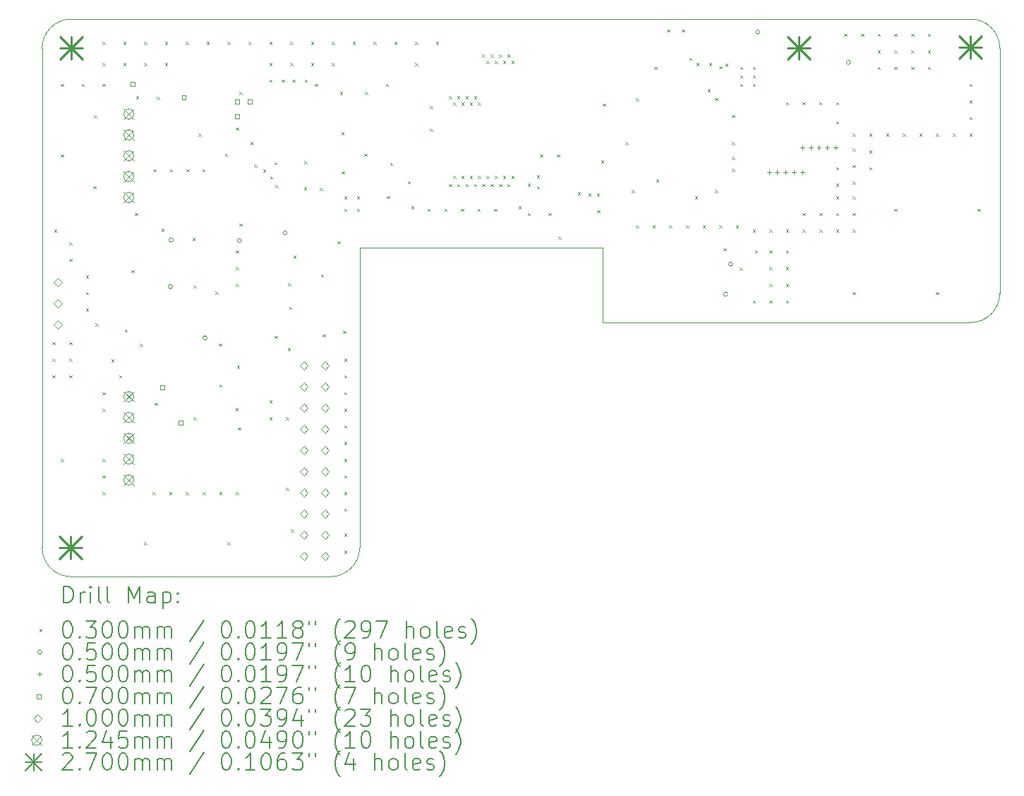
<source format=gbr>
%TF.GenerationSoftware,KiCad,Pcbnew,8.0.8*%
%TF.CreationDate,2025-02-15T13:00:26-07:00*%
%TF.ProjectId,ECE Capstone PCB Design,45434520-4361-4707-9374-6f6e65205043,rev?*%
%TF.SameCoordinates,Original*%
%TF.FileFunction,Drillmap*%
%TF.FilePolarity,Positive*%
%FSLAX45Y45*%
G04 Gerber Fmt 4.5, Leading zero omitted, Abs format (unit mm)*
G04 Created by KiCad (PCBNEW 8.0.8) date 2025-02-15 13:00:26*
%MOMM*%
%LPD*%
G01*
G04 APERTURE LIST*
%ADD10C,0.050000*%
%ADD11C,0.200000*%
%ADD12C,0.100000*%
%ADD13C,0.124460*%
%ADD14C,0.270000*%
G04 APERTURE END LIST*
D10*
X23750000Y-5060000D02*
X23750000Y-8000000D01*
X16071000Y-7450000D02*
X18986000Y-7450000D01*
X16070000Y-11050000D02*
G75*
G02*
X15720000Y-11400000I-350000J0D01*
G01*
X18986000Y-7450000D02*
X18986000Y-8350000D01*
X12260000Y-11050000D02*
X12260000Y-5060000D01*
X12610000Y-11400000D02*
G75*
G02*
X12260000Y-11050000I0J350000D01*
G01*
X16070000Y-11050000D02*
X16071000Y-7450000D01*
X15720000Y-11400000D02*
X12610000Y-11400000D01*
X12260000Y-5060000D02*
G75*
G02*
X12610000Y-4710000I350000J0D01*
G01*
X23750000Y-8000000D02*
G75*
G02*
X23400000Y-8350000I-350000J0D01*
G01*
X12610000Y-4710000D02*
X23400000Y-4710000D01*
X23400000Y-8350000D02*
X18986000Y-8350000D01*
X23400000Y-4710000D02*
G75*
G02*
X23750000Y-5060000I0J-350000D01*
G01*
D11*
D12*
X12385000Y-8585000D02*
X12415000Y-8615000D01*
X12415000Y-8585000D02*
X12385000Y-8615000D01*
X12385000Y-8785000D02*
X12415000Y-8815000D01*
X12415000Y-8785000D02*
X12385000Y-8815000D01*
X12385000Y-8985000D02*
X12415000Y-9015000D01*
X12415000Y-8985000D02*
X12385000Y-9015000D01*
X12405000Y-7235000D02*
X12435000Y-7265000D01*
X12435000Y-7235000D02*
X12405000Y-7265000D01*
X12485000Y-5485000D02*
X12515000Y-5515000D01*
X12515000Y-5485000D02*
X12485000Y-5515000D01*
X12485000Y-6335000D02*
X12515000Y-6365000D01*
X12515000Y-6335000D02*
X12485000Y-6365000D01*
X12485000Y-9985000D02*
X12515000Y-10015000D01*
X12515000Y-9985000D02*
X12485000Y-10015000D01*
X12585000Y-7385000D02*
X12615000Y-7415000D01*
X12615000Y-7385000D02*
X12585000Y-7415000D01*
X12585000Y-7585000D02*
X12615000Y-7615000D01*
X12615000Y-7585000D02*
X12585000Y-7615000D01*
X12585000Y-8585000D02*
X12615000Y-8615000D01*
X12615000Y-8585000D02*
X12585000Y-8615000D01*
X12585000Y-8785000D02*
X12615000Y-8815000D01*
X12615000Y-8785000D02*
X12585000Y-8815000D01*
X12585000Y-8985000D02*
X12615000Y-9015000D01*
X12615000Y-8985000D02*
X12585000Y-9015000D01*
X12735000Y-5485000D02*
X12765000Y-5515000D01*
X12765000Y-5485000D02*
X12735000Y-5515000D01*
X12785000Y-7785000D02*
X12815000Y-7815000D01*
X12815000Y-7785000D02*
X12785000Y-7815000D01*
X12785000Y-7985000D02*
X12815000Y-8015000D01*
X12815000Y-7985000D02*
X12785000Y-8015000D01*
X12785000Y-8185000D02*
X12815000Y-8215000D01*
X12815000Y-8185000D02*
X12785000Y-8215000D01*
X12875000Y-6715000D02*
X12905000Y-6745000D01*
X12905000Y-6715000D02*
X12875000Y-6745000D01*
X12885000Y-5865000D02*
X12915000Y-5895000D01*
X12915000Y-5865000D02*
X12885000Y-5895000D01*
X12902000Y-8363000D02*
X12932000Y-8393000D01*
X12932000Y-8363000D02*
X12902000Y-8393000D01*
X12985000Y-4985000D02*
X13015000Y-5015000D01*
X13015000Y-4985000D02*
X12985000Y-5015000D01*
X12985000Y-5235000D02*
X13015000Y-5265000D01*
X13015000Y-5235000D02*
X12985000Y-5265000D01*
X12985000Y-5485000D02*
X13015000Y-5515000D01*
X13015000Y-5485000D02*
X12985000Y-5515000D01*
X12985000Y-9185000D02*
X13015000Y-9215000D01*
X13015000Y-9185000D02*
X12985000Y-9215000D01*
X12985000Y-9385000D02*
X13015000Y-9415000D01*
X13015000Y-9385000D02*
X12985000Y-9415000D01*
X12985000Y-9985000D02*
X13015000Y-10015000D01*
X13015000Y-9985000D02*
X12985000Y-10015000D01*
X12985000Y-10185000D02*
X13015000Y-10215000D01*
X13015000Y-10185000D02*
X12985000Y-10215000D01*
X12985000Y-10385000D02*
X13015000Y-10415000D01*
X13015000Y-10385000D02*
X12985000Y-10415000D01*
X13091000Y-8795000D02*
X13121000Y-8825000D01*
X13121000Y-8795000D02*
X13091000Y-8825000D01*
X13185000Y-8985000D02*
X13215000Y-9015000D01*
X13215000Y-8985000D02*
X13185000Y-9015000D01*
X13235000Y-4985000D02*
X13265000Y-5015000D01*
X13265000Y-4985000D02*
X13235000Y-5015000D01*
X13235000Y-5235000D02*
X13265000Y-5265000D01*
X13265000Y-5235000D02*
X13235000Y-5265000D01*
X13251000Y-8432000D02*
X13281000Y-8462000D01*
X13281000Y-8432000D02*
X13251000Y-8462000D01*
X13332000Y-7720000D02*
X13362000Y-7750000D01*
X13362000Y-7720000D02*
X13332000Y-7750000D01*
X13375000Y-7035000D02*
X13405000Y-7065000D01*
X13405000Y-7035000D02*
X13375000Y-7065000D01*
X13385000Y-5635000D02*
X13415000Y-5665000D01*
X13415000Y-5635000D02*
X13385000Y-5665000D01*
X13433000Y-8605000D02*
X13463000Y-8635000D01*
X13463000Y-8605000D02*
X13433000Y-8635000D01*
X13485000Y-4985000D02*
X13515000Y-5015000D01*
X13515000Y-4985000D02*
X13485000Y-5015000D01*
X13485000Y-5235000D02*
X13515000Y-5265000D01*
X13515000Y-5235000D02*
X13485000Y-5265000D01*
X13485000Y-10985000D02*
X13515000Y-11015000D01*
X13515000Y-10985000D02*
X13485000Y-11015000D01*
X13585000Y-10385000D02*
X13615000Y-10415000D01*
X13615000Y-10385000D02*
X13585000Y-10415000D01*
X13594000Y-6510000D02*
X13624000Y-6540000D01*
X13624000Y-6510000D02*
X13594000Y-6540000D01*
X13610000Y-9313000D02*
X13640000Y-9343000D01*
X13640000Y-9313000D02*
X13610000Y-9343000D01*
X13635000Y-5645000D02*
X13665000Y-5675000D01*
X13665000Y-5645000D02*
X13635000Y-5675000D01*
X13690000Y-7225000D02*
X13720000Y-7255000D01*
X13720000Y-7225000D02*
X13690000Y-7255000D01*
X13735000Y-4985000D02*
X13765000Y-5015000D01*
X13765000Y-4985000D02*
X13735000Y-5015000D01*
X13735000Y-5235000D02*
X13765000Y-5265000D01*
X13765000Y-5235000D02*
X13735000Y-5265000D01*
X13785000Y-10385000D02*
X13815000Y-10415000D01*
X13815000Y-10385000D02*
X13785000Y-10415000D01*
X13794000Y-6510000D02*
X13824000Y-6540000D01*
X13824000Y-6510000D02*
X13794000Y-6540000D01*
X13985000Y-4985000D02*
X14015000Y-5015000D01*
X14015000Y-4985000D02*
X13985000Y-5015000D01*
X13985000Y-10385000D02*
X14015000Y-10415000D01*
X14015000Y-10385000D02*
X13985000Y-10415000D01*
X13994000Y-6510000D02*
X14024000Y-6540000D01*
X14024000Y-6510000D02*
X13994000Y-6540000D01*
X14065000Y-7335000D02*
X14095000Y-7365000D01*
X14095000Y-7335000D02*
X14065000Y-7365000D01*
X14075000Y-7905000D02*
X14105000Y-7935000D01*
X14105000Y-7905000D02*
X14075000Y-7935000D01*
X14075000Y-9485000D02*
X14105000Y-9515000D01*
X14105000Y-9485000D02*
X14075000Y-9515000D01*
X14135000Y-6085000D02*
X14165000Y-6115000D01*
X14165000Y-6085000D02*
X14135000Y-6115000D01*
X14184000Y-6510000D02*
X14214000Y-6540000D01*
X14214000Y-6510000D02*
X14184000Y-6540000D01*
X14185000Y-10385000D02*
X14215000Y-10415000D01*
X14215000Y-10385000D02*
X14185000Y-10415000D01*
X14235000Y-4985000D02*
X14265000Y-5015000D01*
X14265000Y-4985000D02*
X14235000Y-5015000D01*
X14341000Y-7979000D02*
X14371000Y-8009000D01*
X14371000Y-7979000D02*
X14341000Y-8009000D01*
X14380000Y-8601000D02*
X14410000Y-8631000D01*
X14410000Y-8601000D02*
X14380000Y-8631000D01*
X14384000Y-9094000D02*
X14414000Y-9124000D01*
X14414000Y-9094000D02*
X14384000Y-9124000D01*
X14385000Y-10385000D02*
X14415000Y-10415000D01*
X14415000Y-10385000D02*
X14385000Y-10415000D01*
X14455000Y-6325000D02*
X14485000Y-6355000D01*
X14485000Y-6325000D02*
X14455000Y-6355000D01*
X14485000Y-4985000D02*
X14515000Y-5015000D01*
X14515000Y-4985000D02*
X14485000Y-5015000D01*
X14485000Y-10985000D02*
X14515000Y-11015000D01*
X14515000Y-10985000D02*
X14485000Y-11015000D01*
X14580000Y-9375000D02*
X14610000Y-9405000D01*
X14610000Y-9375000D02*
X14580000Y-9405000D01*
X14585000Y-6010000D02*
X14615000Y-6040000D01*
X14615000Y-6010000D02*
X14585000Y-6040000D01*
X14585000Y-7485000D02*
X14615000Y-7515000D01*
X14615000Y-7485000D02*
X14585000Y-7515000D01*
X14585000Y-7685000D02*
X14615000Y-7715000D01*
X14615000Y-7685000D02*
X14585000Y-7715000D01*
X14585000Y-7885000D02*
X14615000Y-7915000D01*
X14615000Y-7885000D02*
X14585000Y-7915000D01*
X14585000Y-10385000D02*
X14615000Y-10415000D01*
X14615000Y-10385000D02*
X14585000Y-10415000D01*
X14599000Y-8869000D02*
X14629000Y-8899000D01*
X14629000Y-8869000D02*
X14599000Y-8899000D01*
X14611000Y-9611000D02*
X14641000Y-9641000D01*
X14641000Y-9611000D02*
X14611000Y-9641000D01*
X14625000Y-5585000D02*
X14655000Y-5615000D01*
X14655000Y-5585000D02*
X14625000Y-5615000D01*
X14626000Y-7163000D02*
X14656000Y-7193000D01*
X14656000Y-7163000D02*
X14626000Y-7193000D01*
X14735000Y-4985000D02*
X14765000Y-5015000D01*
X14765000Y-4985000D02*
X14735000Y-5015000D01*
X14760000Y-6185000D02*
X14790000Y-6215000D01*
X14790000Y-6185000D02*
X14760000Y-6215000D01*
X14805000Y-6455000D02*
X14835000Y-6485000D01*
X14835000Y-6455000D02*
X14805000Y-6485000D01*
X14910000Y-6515000D02*
X14940000Y-6545000D01*
X14940000Y-6515000D02*
X14910000Y-6545000D01*
X14985000Y-4985000D02*
X15015000Y-5015000D01*
X15015000Y-4985000D02*
X14985000Y-5015000D01*
X14985000Y-5235000D02*
X15015000Y-5265000D01*
X15015000Y-5235000D02*
X14985000Y-5265000D01*
X14985000Y-5435000D02*
X15015000Y-5465000D01*
X15015000Y-5435000D02*
X14985000Y-5465000D01*
X14985000Y-9285000D02*
X15015000Y-9315000D01*
X15015000Y-9285000D02*
X14985000Y-9315000D01*
X14985000Y-9485000D02*
X15015000Y-9515000D01*
X15015000Y-9485000D02*
X14985000Y-9515000D01*
X14995000Y-6595000D02*
X15025000Y-6625000D01*
X15025000Y-6595000D02*
X14995000Y-6625000D01*
X15045000Y-6425000D02*
X15075000Y-6455000D01*
X15075000Y-6425000D02*
X15045000Y-6455000D01*
X15048000Y-8509000D02*
X15078000Y-8539000D01*
X15078000Y-8509000D02*
X15048000Y-8539000D01*
X15060000Y-6700000D02*
X15090000Y-6730000D01*
X15090000Y-6700000D02*
X15060000Y-6730000D01*
X15135000Y-5435000D02*
X15165000Y-5465000D01*
X15165000Y-5435000D02*
X15135000Y-5465000D01*
X15185000Y-9485000D02*
X15215000Y-9515000D01*
X15215000Y-9485000D02*
X15185000Y-9515000D01*
X15185000Y-10335000D02*
X15215000Y-10365000D01*
X15215000Y-10335000D02*
X15185000Y-10365000D01*
X15206000Y-8655000D02*
X15236000Y-8685000D01*
X15236000Y-8655000D02*
X15206000Y-8685000D01*
X15209000Y-7880000D02*
X15239000Y-7910000D01*
X15239000Y-7880000D02*
X15209000Y-7910000D01*
X15224000Y-8163000D02*
X15254000Y-8193000D01*
X15254000Y-8163000D02*
X15224000Y-8193000D01*
X15235000Y-4985000D02*
X15265000Y-5015000D01*
X15265000Y-4985000D02*
X15235000Y-5015000D01*
X15235000Y-5235000D02*
X15265000Y-5265000D01*
X15265000Y-5235000D02*
X15235000Y-5265000D01*
X15245000Y-10835000D02*
X15275000Y-10865000D01*
X15275000Y-10835000D02*
X15245000Y-10865000D01*
X15260000Y-5435000D02*
X15290000Y-5465000D01*
X15290000Y-5435000D02*
X15260000Y-5465000D01*
X15275000Y-7547780D02*
X15305000Y-7577780D01*
X15305000Y-7547780D02*
X15275000Y-7577780D01*
X15400000Y-6729000D02*
X15430000Y-6759000D01*
X15430000Y-6729000D02*
X15400000Y-6759000D01*
X15405000Y-6415000D02*
X15435000Y-6445000D01*
X15435000Y-6415000D02*
X15405000Y-6445000D01*
X15410000Y-5435000D02*
X15440000Y-5465000D01*
X15440000Y-5435000D02*
X15410000Y-5465000D01*
X15485000Y-4985000D02*
X15515000Y-5015000D01*
X15515000Y-4985000D02*
X15485000Y-5015000D01*
X15485000Y-5235000D02*
X15515000Y-5265000D01*
X15515000Y-5235000D02*
X15485000Y-5265000D01*
X15535000Y-5485000D02*
X15565000Y-5515000D01*
X15565000Y-5485000D02*
X15535000Y-5515000D01*
X15591000Y-6737000D02*
X15621000Y-6767000D01*
X15621000Y-6737000D02*
X15591000Y-6767000D01*
X15604000Y-7774000D02*
X15634000Y-7804000D01*
X15634000Y-7774000D02*
X15604000Y-7804000D01*
X15628000Y-8491000D02*
X15658000Y-8521000D01*
X15658000Y-8491000D02*
X15628000Y-8521000D01*
X15735000Y-4985000D02*
X15765000Y-5015000D01*
X15765000Y-4985000D02*
X15735000Y-5015000D01*
X15735000Y-5235000D02*
X15765000Y-5265000D01*
X15765000Y-5235000D02*
X15735000Y-5265000D01*
X15805000Y-7373000D02*
X15835000Y-7403000D01*
X15835000Y-7373000D02*
X15805000Y-7403000D01*
X15835000Y-5585000D02*
X15865000Y-5615000D01*
X15865000Y-5585000D02*
X15835000Y-5615000D01*
X15852000Y-6066000D02*
X15882000Y-6096000D01*
X15882000Y-6066000D02*
X15852000Y-6096000D01*
X15855000Y-6535000D02*
X15885000Y-6565000D01*
X15885000Y-6535000D02*
X15855000Y-6565000D01*
X15871000Y-8449000D02*
X15901000Y-8479000D01*
X15901000Y-8449000D02*
X15871000Y-8479000D01*
X15885000Y-6835000D02*
X15915000Y-6865000D01*
X15915000Y-6835000D02*
X15885000Y-6865000D01*
X15885000Y-6985000D02*
X15915000Y-7015000D01*
X15915000Y-6985000D02*
X15885000Y-7015000D01*
X15885000Y-8785000D02*
X15915000Y-8815000D01*
X15915000Y-8785000D02*
X15885000Y-8815000D01*
X15885000Y-8985000D02*
X15915000Y-9015000D01*
X15915000Y-8985000D02*
X15885000Y-9015000D01*
X15885000Y-9185000D02*
X15915000Y-9215000D01*
X15915000Y-9185000D02*
X15885000Y-9215000D01*
X15885000Y-9385000D02*
X15915000Y-9415000D01*
X15915000Y-9385000D02*
X15885000Y-9415000D01*
X15885000Y-9585000D02*
X15915000Y-9615000D01*
X15915000Y-9585000D02*
X15885000Y-9615000D01*
X15885000Y-9785000D02*
X15915000Y-9815000D01*
X15915000Y-9785000D02*
X15885000Y-9815000D01*
X15885000Y-9985000D02*
X15915000Y-10015000D01*
X15915000Y-9985000D02*
X15885000Y-10015000D01*
X15885000Y-10185000D02*
X15915000Y-10215000D01*
X15915000Y-10185000D02*
X15885000Y-10215000D01*
X15885000Y-10385000D02*
X15915000Y-10415000D01*
X15915000Y-10385000D02*
X15885000Y-10415000D01*
X15885000Y-10585000D02*
X15915000Y-10615000D01*
X15915000Y-10585000D02*
X15885000Y-10615000D01*
X15885000Y-10885000D02*
X15915000Y-10915000D01*
X15915000Y-10885000D02*
X15885000Y-10915000D01*
X15885000Y-11085000D02*
X15915000Y-11115000D01*
X15915000Y-11085000D02*
X15885000Y-11115000D01*
X15985000Y-4985000D02*
X16015000Y-5015000D01*
X16015000Y-4985000D02*
X15985000Y-5015000D01*
X16035000Y-6835000D02*
X16065000Y-6865000D01*
X16065000Y-6835000D02*
X16035000Y-6865000D01*
X16035000Y-6985000D02*
X16065000Y-7015000D01*
X16065000Y-6985000D02*
X16035000Y-7015000D01*
X16125000Y-6325000D02*
X16155000Y-6355000D01*
X16155000Y-6325000D02*
X16125000Y-6355000D01*
X16135000Y-5585000D02*
X16165000Y-5615000D01*
X16165000Y-5585000D02*
X16135000Y-5615000D01*
X16235000Y-4985000D02*
X16265000Y-5015000D01*
X16265000Y-4985000D02*
X16235000Y-5015000D01*
X16385000Y-5485000D02*
X16415000Y-5515000D01*
X16415000Y-5485000D02*
X16385000Y-5515000D01*
X16396000Y-6834000D02*
X16426000Y-6864000D01*
X16426000Y-6834000D02*
X16396000Y-6864000D01*
X16435000Y-6435000D02*
X16465000Y-6465000D01*
X16465000Y-6435000D02*
X16435000Y-6465000D01*
X16485000Y-4985000D02*
X16515000Y-5015000D01*
X16515000Y-4985000D02*
X16485000Y-5015000D01*
X16645000Y-6655000D02*
X16675000Y-6685000D01*
X16675000Y-6655000D02*
X16645000Y-6685000D01*
X16690378Y-6955000D02*
X16720378Y-6985000D01*
X16720378Y-6955000D02*
X16690378Y-6985000D01*
X16735000Y-4985000D02*
X16765000Y-5015000D01*
X16765000Y-4985000D02*
X16735000Y-5015000D01*
X16735000Y-5235000D02*
X16765000Y-5265000D01*
X16765000Y-5235000D02*
X16735000Y-5265000D01*
X16885000Y-6985000D02*
X16915000Y-7015000D01*
X16915000Y-6985000D02*
X16885000Y-7015000D01*
X16911000Y-5753000D02*
X16941000Y-5783000D01*
X16941000Y-5753000D02*
X16911000Y-5783000D01*
X16914000Y-6026000D02*
X16944000Y-6056000D01*
X16944000Y-6026000D02*
X16914000Y-6056000D01*
X16985000Y-4985000D02*
X17015000Y-5015000D01*
X17015000Y-4985000D02*
X16985000Y-5015000D01*
X17085000Y-6985000D02*
X17115000Y-7015000D01*
X17115000Y-6985000D02*
X17085000Y-7015000D01*
X17140491Y-5635000D02*
X17170491Y-5665000D01*
X17170491Y-5635000D02*
X17140491Y-5665000D01*
X17140491Y-6690491D02*
X17170491Y-6720491D01*
X17170491Y-6690491D02*
X17140491Y-6720491D01*
X17190504Y-5710000D02*
X17220504Y-5740000D01*
X17220504Y-5710000D02*
X17190504Y-5740000D01*
X17190504Y-6590504D02*
X17220504Y-6620504D01*
X17220504Y-6590504D02*
X17190504Y-6620504D01*
X17240516Y-5635000D02*
X17270516Y-5665000D01*
X17270516Y-5635000D02*
X17240516Y-5665000D01*
X17240516Y-6690516D02*
X17270516Y-6720516D01*
X17270516Y-6690516D02*
X17240516Y-6720516D01*
X17285000Y-6985000D02*
X17315000Y-7015000D01*
X17315000Y-6985000D02*
X17285000Y-7015000D01*
X17290529Y-5710000D02*
X17320529Y-5740000D01*
X17320529Y-5710000D02*
X17290529Y-5740000D01*
X17290529Y-6590529D02*
X17320529Y-6620529D01*
X17320529Y-6590529D02*
X17290529Y-6620529D01*
X17340541Y-5635000D02*
X17370541Y-5665000D01*
X17370541Y-5635000D02*
X17340541Y-5665000D01*
X17340541Y-6690541D02*
X17370541Y-6720541D01*
X17370541Y-6690541D02*
X17340541Y-6720541D01*
X17390554Y-5710000D02*
X17420554Y-5740000D01*
X17420554Y-5710000D02*
X17390554Y-5740000D01*
X17390554Y-6590554D02*
X17420554Y-6620554D01*
X17420554Y-6590554D02*
X17390554Y-6620554D01*
X17440567Y-5635000D02*
X17470567Y-5665000D01*
X17470567Y-5635000D02*
X17440567Y-5665000D01*
X17440567Y-6690567D02*
X17470567Y-6720567D01*
X17470567Y-6690567D02*
X17440567Y-6720567D01*
X17485000Y-6985000D02*
X17515000Y-7015000D01*
X17515000Y-6985000D02*
X17485000Y-7015000D01*
X17490579Y-5710000D02*
X17520579Y-5740000D01*
X17520579Y-5710000D02*
X17490579Y-5740000D01*
X17490579Y-6590579D02*
X17520579Y-6620579D01*
X17520579Y-6590579D02*
X17490579Y-6620579D01*
X17540592Y-5135000D02*
X17570592Y-5165000D01*
X17570592Y-5135000D02*
X17540592Y-5165000D01*
X17540592Y-6690592D02*
X17570592Y-6720592D01*
X17570592Y-6690592D02*
X17540592Y-6720592D01*
X17590604Y-5210000D02*
X17620604Y-5240000D01*
X17620604Y-5210000D02*
X17590604Y-5240000D01*
X17590604Y-6590604D02*
X17620604Y-6620604D01*
X17620604Y-6590604D02*
X17590604Y-6620604D01*
X17640617Y-5135000D02*
X17670617Y-5165000D01*
X17670617Y-5135000D02*
X17640617Y-5165000D01*
X17640617Y-6690617D02*
X17670617Y-6720617D01*
X17670617Y-6690617D02*
X17640617Y-6720617D01*
X17685000Y-6985000D02*
X17715000Y-7015000D01*
X17715000Y-6985000D02*
X17685000Y-7015000D01*
X17690630Y-5210000D02*
X17720630Y-5240000D01*
X17720630Y-5210000D02*
X17690630Y-5240000D01*
X17690630Y-6590630D02*
X17720630Y-6620630D01*
X17720630Y-6590630D02*
X17690630Y-6620630D01*
X17740642Y-5135000D02*
X17770642Y-5165000D01*
X17770642Y-5135000D02*
X17740642Y-5165000D01*
X17740642Y-6690642D02*
X17770642Y-6720642D01*
X17770642Y-6690642D02*
X17740642Y-6720642D01*
X17790655Y-5210000D02*
X17820655Y-5240000D01*
X17820655Y-5210000D02*
X17790655Y-5240000D01*
X17790655Y-6590655D02*
X17820655Y-6620655D01*
X17820655Y-6590655D02*
X17790655Y-6620655D01*
X17840667Y-5135000D02*
X17870667Y-5165000D01*
X17870667Y-5135000D02*
X17840667Y-5165000D01*
X17840667Y-6690667D02*
X17870667Y-6720667D01*
X17870667Y-6690667D02*
X17840667Y-6720667D01*
X17890680Y-5210000D02*
X17920680Y-5240000D01*
X17920680Y-5210000D02*
X17890680Y-5240000D01*
X17890680Y-6590680D02*
X17920680Y-6620680D01*
X17920680Y-6590680D02*
X17890680Y-6620680D01*
X17975000Y-6955000D02*
X18005000Y-6985000D01*
X18005000Y-6955000D02*
X17975000Y-6985000D01*
X18085000Y-6685000D02*
X18115000Y-6715000D01*
X18115000Y-6685000D02*
X18085000Y-6715000D01*
X18085000Y-7035000D02*
X18115000Y-7065000D01*
X18115000Y-7035000D02*
X18085000Y-7065000D01*
X18195000Y-6585000D02*
X18225000Y-6615000D01*
X18225000Y-6585000D02*
X18195000Y-6615000D01*
X18195000Y-6715000D02*
X18225000Y-6745000D01*
X18225000Y-6715000D02*
X18195000Y-6745000D01*
X18235000Y-6335000D02*
X18265000Y-6365000D01*
X18265000Y-6335000D02*
X18235000Y-6365000D01*
X18335000Y-7035000D02*
X18365000Y-7065000D01*
X18365000Y-7035000D02*
X18335000Y-7065000D01*
X18435000Y-6335000D02*
X18465000Y-6365000D01*
X18465000Y-6335000D02*
X18435000Y-6365000D01*
X18456000Y-7318000D02*
X18486000Y-7348000D01*
X18486000Y-7318000D02*
X18456000Y-7348000D01*
X18685000Y-6785000D02*
X18715000Y-6815000D01*
X18715000Y-6785000D02*
X18685000Y-6815000D01*
X18815000Y-6805000D02*
X18845000Y-6835000D01*
X18845000Y-6805000D02*
X18815000Y-6835000D01*
X18915000Y-6805000D02*
X18945000Y-6835000D01*
X18945000Y-6805000D02*
X18915000Y-6835000D01*
X18920000Y-7001000D02*
X18950000Y-7031000D01*
X18950000Y-7001000D02*
X18920000Y-7031000D01*
X18965000Y-6405000D02*
X18995000Y-6435000D01*
X18995000Y-6405000D02*
X18965000Y-6435000D01*
X18985000Y-5725000D02*
X19015000Y-5755000D01*
X19015000Y-5725000D02*
X18985000Y-5755000D01*
X19260000Y-6185000D02*
X19290000Y-6215000D01*
X19290000Y-6185000D02*
X19260000Y-6215000D01*
X19335000Y-6760000D02*
X19365000Y-6790000D01*
X19365000Y-6760000D02*
X19335000Y-6790000D01*
X19385000Y-5660000D02*
X19415000Y-5690000D01*
X19415000Y-5660000D02*
X19385000Y-5690000D01*
X19385000Y-7185000D02*
X19415000Y-7215000D01*
X19415000Y-7185000D02*
X19385000Y-7215000D01*
X19585000Y-7185000D02*
X19615000Y-7215000D01*
X19615000Y-7185000D02*
X19585000Y-7215000D01*
X19605000Y-5285000D02*
X19635000Y-5315000D01*
X19635000Y-5285000D02*
X19605000Y-5315000D01*
X19625000Y-6635000D02*
X19655000Y-6665000D01*
X19655000Y-6635000D02*
X19625000Y-6665000D01*
X19760000Y-4835000D02*
X19790000Y-4865000D01*
X19790000Y-4835000D02*
X19760000Y-4865000D01*
X19785000Y-7185000D02*
X19815000Y-7215000D01*
X19815000Y-7185000D02*
X19785000Y-7215000D01*
X19935000Y-4835000D02*
X19965000Y-4865000D01*
X19965000Y-4835000D02*
X19935000Y-4865000D01*
X19985000Y-7185000D02*
X20015000Y-7215000D01*
X20015000Y-7185000D02*
X19985000Y-7215000D01*
X20025000Y-5175000D02*
X20055000Y-5205000D01*
X20055000Y-5175000D02*
X20025000Y-5205000D01*
X20092840Y-6835000D02*
X20122840Y-6865000D01*
X20122840Y-6835000D02*
X20092840Y-6865000D01*
X20110000Y-5235000D02*
X20140000Y-5265000D01*
X20140000Y-5235000D02*
X20110000Y-5265000D01*
X20185000Y-7185000D02*
X20215000Y-7215000D01*
X20215000Y-7185000D02*
X20185000Y-7215000D01*
X20242840Y-5552160D02*
X20272840Y-5582160D01*
X20272840Y-5552160D02*
X20242840Y-5582160D01*
X20260000Y-5235000D02*
X20290000Y-5265000D01*
X20290000Y-5235000D02*
X20260000Y-5265000D01*
X20335000Y-5655000D02*
X20365000Y-5685000D01*
X20365000Y-5655000D02*
X20335000Y-5685000D01*
X20335000Y-6760000D02*
X20365000Y-6790000D01*
X20365000Y-6760000D02*
X20335000Y-6790000D01*
X20385000Y-5275000D02*
X20415000Y-5305000D01*
X20415000Y-5275000D02*
X20385000Y-5305000D01*
X20385000Y-7185000D02*
X20415000Y-7215000D01*
X20415000Y-7185000D02*
X20385000Y-7215000D01*
X20435000Y-7460000D02*
X20465000Y-7490000D01*
X20465000Y-7460000D02*
X20435000Y-7490000D01*
X20455000Y-5245000D02*
X20485000Y-5275000D01*
X20485000Y-5245000D02*
X20455000Y-5275000D01*
X20535000Y-5860000D02*
X20565000Y-5890000D01*
X20565000Y-5860000D02*
X20535000Y-5890000D01*
X20535000Y-6185000D02*
X20565000Y-6215000D01*
X20565000Y-6185000D02*
X20535000Y-6215000D01*
X20535000Y-6365000D02*
X20565000Y-6395000D01*
X20565000Y-6365000D02*
X20535000Y-6395000D01*
X20535000Y-6505000D02*
X20565000Y-6535000D01*
X20565000Y-6505000D02*
X20535000Y-6535000D01*
X20585000Y-7185000D02*
X20615000Y-7215000D01*
X20615000Y-7185000D02*
X20585000Y-7215000D01*
X20628000Y-7693000D02*
X20658000Y-7723000D01*
X20658000Y-7693000D02*
X20628000Y-7723000D01*
X20635000Y-5285000D02*
X20665000Y-5315000D01*
X20665000Y-5285000D02*
X20635000Y-5315000D01*
X20635000Y-5385000D02*
X20665000Y-5415000D01*
X20665000Y-5385000D02*
X20635000Y-5415000D01*
X20635000Y-5485000D02*
X20665000Y-5515000D01*
X20665000Y-5485000D02*
X20635000Y-5515000D01*
X20785000Y-5285000D02*
X20815000Y-5315000D01*
X20815000Y-5285000D02*
X20785000Y-5315000D01*
X20785000Y-5385000D02*
X20815000Y-5415000D01*
X20815000Y-5385000D02*
X20785000Y-5415000D01*
X20785000Y-5485000D02*
X20815000Y-5515000D01*
X20815000Y-5485000D02*
X20785000Y-5515000D01*
X20785000Y-7235000D02*
X20815000Y-7265000D01*
X20815000Y-7235000D02*
X20785000Y-7265000D01*
X20785000Y-8085000D02*
X20815000Y-8115000D01*
X20815000Y-8085000D02*
X20785000Y-8115000D01*
X20810000Y-7485000D02*
X20840000Y-7515000D01*
X20840000Y-7485000D02*
X20810000Y-7515000D01*
X20985000Y-7235000D02*
X21015000Y-7265000D01*
X21015000Y-7235000D02*
X20985000Y-7265000D01*
X20985000Y-7485000D02*
X21015000Y-7515000D01*
X21015000Y-7485000D02*
X20985000Y-7515000D01*
X20985000Y-7685000D02*
X21015000Y-7715000D01*
X21015000Y-7685000D02*
X20985000Y-7715000D01*
X20985000Y-7885000D02*
X21015000Y-7915000D01*
X21015000Y-7885000D02*
X20985000Y-7915000D01*
X20985000Y-8085000D02*
X21015000Y-8115000D01*
X21015000Y-8085000D02*
X20985000Y-8115000D01*
X21184000Y-5708000D02*
X21214000Y-5738000D01*
X21214000Y-5708000D02*
X21184000Y-5738000D01*
X21185000Y-7235000D02*
X21215000Y-7265000D01*
X21215000Y-7235000D02*
X21185000Y-7265000D01*
X21185000Y-7485000D02*
X21215000Y-7515000D01*
X21215000Y-7485000D02*
X21185000Y-7515000D01*
X21185000Y-7685000D02*
X21215000Y-7715000D01*
X21215000Y-7685000D02*
X21185000Y-7715000D01*
X21185000Y-7885000D02*
X21215000Y-7915000D01*
X21215000Y-7885000D02*
X21185000Y-7915000D01*
X21185000Y-8085000D02*
X21215000Y-8115000D01*
X21215000Y-8085000D02*
X21185000Y-8115000D01*
X21384000Y-5708000D02*
X21414000Y-5738000D01*
X21414000Y-5708000D02*
X21384000Y-5738000D01*
X21385000Y-7035000D02*
X21415000Y-7065000D01*
X21415000Y-7035000D02*
X21385000Y-7065000D01*
X21385000Y-7235000D02*
X21415000Y-7265000D01*
X21415000Y-7235000D02*
X21385000Y-7265000D01*
X21584000Y-5708000D02*
X21614000Y-5738000D01*
X21614000Y-5708000D02*
X21584000Y-5738000D01*
X21585000Y-7035000D02*
X21615000Y-7065000D01*
X21615000Y-7035000D02*
X21585000Y-7065000D01*
X21585000Y-7235000D02*
X21615000Y-7265000D01*
X21615000Y-7235000D02*
X21585000Y-7265000D01*
X21784000Y-5708000D02*
X21814000Y-5738000D01*
X21814000Y-5708000D02*
X21784000Y-5738000D01*
X21784000Y-5934000D02*
X21814000Y-5964000D01*
X21814000Y-5934000D02*
X21784000Y-5964000D01*
X21785000Y-6485000D02*
X21815000Y-6515000D01*
X21815000Y-6485000D02*
X21785000Y-6515000D01*
X21785000Y-6685000D02*
X21815000Y-6715000D01*
X21815000Y-6685000D02*
X21785000Y-6715000D01*
X21785000Y-6835000D02*
X21815000Y-6865000D01*
X21815000Y-6835000D02*
X21785000Y-6865000D01*
X21785000Y-7035000D02*
X21815000Y-7065000D01*
X21815000Y-7035000D02*
X21785000Y-7065000D01*
X21785000Y-7235000D02*
X21815000Y-7265000D01*
X21815000Y-7235000D02*
X21785000Y-7265000D01*
X21885000Y-4885000D02*
X21915000Y-4915000D01*
X21915000Y-4885000D02*
X21885000Y-4915000D01*
X21985000Y-6085000D02*
X22015000Y-6115000D01*
X22015000Y-6085000D02*
X21985000Y-6115000D01*
X21985000Y-6260000D02*
X22015000Y-6290000D01*
X22015000Y-6260000D02*
X21985000Y-6290000D01*
X21985000Y-6460000D02*
X22015000Y-6490000D01*
X22015000Y-6460000D02*
X21985000Y-6490000D01*
X21985000Y-6660000D02*
X22015000Y-6690000D01*
X22015000Y-6660000D02*
X21985000Y-6690000D01*
X21985000Y-6835000D02*
X22015000Y-6865000D01*
X22015000Y-6835000D02*
X21985000Y-6865000D01*
X21985000Y-7035000D02*
X22015000Y-7065000D01*
X22015000Y-7035000D02*
X21985000Y-7065000D01*
X21985000Y-7235000D02*
X22015000Y-7265000D01*
X22015000Y-7235000D02*
X21985000Y-7265000D01*
X21985000Y-7985000D02*
X22015000Y-8015000D01*
X22015000Y-7985000D02*
X21985000Y-8015000D01*
X22085000Y-4885000D02*
X22115000Y-4915000D01*
X22115000Y-4885000D02*
X22085000Y-4915000D01*
X22185000Y-6085000D02*
X22215000Y-6115000D01*
X22215000Y-6085000D02*
X22185000Y-6115000D01*
X22185000Y-6285000D02*
X22215000Y-6315000D01*
X22215000Y-6285000D02*
X22185000Y-6315000D01*
X22185000Y-6485000D02*
X22215000Y-6515000D01*
X22215000Y-6485000D02*
X22185000Y-6515000D01*
X22285000Y-4885000D02*
X22315000Y-4915000D01*
X22315000Y-4885000D02*
X22285000Y-4915000D01*
X22285000Y-5085000D02*
X22315000Y-5115000D01*
X22315000Y-5085000D02*
X22285000Y-5115000D01*
X22285000Y-5285000D02*
X22315000Y-5315000D01*
X22315000Y-5285000D02*
X22285000Y-5315000D01*
X22385000Y-6085000D02*
X22415000Y-6115000D01*
X22415000Y-6085000D02*
X22385000Y-6115000D01*
X22485000Y-4885000D02*
X22515000Y-4915000D01*
X22515000Y-4885000D02*
X22485000Y-4915000D01*
X22485000Y-5085000D02*
X22515000Y-5115000D01*
X22515000Y-5085000D02*
X22485000Y-5115000D01*
X22485000Y-5285000D02*
X22515000Y-5315000D01*
X22515000Y-5285000D02*
X22485000Y-5315000D01*
X22485000Y-6985000D02*
X22515000Y-7015000D01*
X22515000Y-6985000D02*
X22485000Y-7015000D01*
X22585000Y-6085000D02*
X22615000Y-6115000D01*
X22615000Y-6085000D02*
X22585000Y-6115000D01*
X22685000Y-4885000D02*
X22715000Y-4915000D01*
X22715000Y-4885000D02*
X22685000Y-4915000D01*
X22685000Y-5085000D02*
X22715000Y-5115000D01*
X22715000Y-5085000D02*
X22685000Y-5115000D01*
X22685000Y-5285000D02*
X22715000Y-5315000D01*
X22715000Y-5285000D02*
X22685000Y-5315000D01*
X22785000Y-6085000D02*
X22815000Y-6115000D01*
X22815000Y-6085000D02*
X22785000Y-6115000D01*
X22885000Y-4885000D02*
X22915000Y-4915000D01*
X22915000Y-4885000D02*
X22885000Y-4915000D01*
X22885000Y-5085000D02*
X22915000Y-5115000D01*
X22915000Y-5085000D02*
X22885000Y-5115000D01*
X22885000Y-5285000D02*
X22915000Y-5315000D01*
X22915000Y-5285000D02*
X22885000Y-5315000D01*
X22985000Y-6085000D02*
X23015000Y-6115000D01*
X23015000Y-6085000D02*
X22985000Y-6115000D01*
X22985000Y-7985000D02*
X23015000Y-8015000D01*
X23015000Y-7985000D02*
X22985000Y-8015000D01*
X23185000Y-6085000D02*
X23215000Y-6115000D01*
X23215000Y-6085000D02*
X23185000Y-6115000D01*
X23385000Y-5485000D02*
X23415000Y-5515000D01*
X23415000Y-5485000D02*
X23385000Y-5515000D01*
X23385000Y-5685000D02*
X23415000Y-5715000D01*
X23415000Y-5685000D02*
X23385000Y-5715000D01*
X23385000Y-5885000D02*
X23415000Y-5915000D01*
X23415000Y-5885000D02*
X23385000Y-5915000D01*
X23385000Y-6085000D02*
X23415000Y-6115000D01*
X23415000Y-6085000D02*
X23385000Y-6115000D01*
X23485000Y-6985000D02*
X23515000Y-7015000D01*
X23515000Y-6985000D02*
X23485000Y-7015000D01*
X13825000Y-7919440D02*
G75*
G02*
X13775000Y-7919440I-25000J0D01*
G01*
X13775000Y-7919440D02*
G75*
G02*
X13825000Y-7919440I25000J0D01*
G01*
X13835000Y-7360000D02*
G75*
G02*
X13785000Y-7360000I-25000J0D01*
G01*
X13785000Y-7360000D02*
G75*
G02*
X13835000Y-7360000I25000J0D01*
G01*
X14239980Y-8535020D02*
G75*
G02*
X14189980Y-8535020I-25000J0D01*
G01*
X14189980Y-8535020D02*
G75*
G02*
X14239980Y-8535020I25000J0D01*
G01*
X14650000Y-7370000D02*
G75*
G02*
X14600000Y-7370000I-25000J0D01*
G01*
X14600000Y-7370000D02*
G75*
G02*
X14650000Y-7370000I25000J0D01*
G01*
X15200000Y-7275000D02*
G75*
G02*
X15150000Y-7275000I-25000J0D01*
G01*
X15150000Y-7275000D02*
G75*
G02*
X15200000Y-7275000I25000J0D01*
G01*
X20485000Y-8010000D02*
G75*
G02*
X20435000Y-8010000I-25000J0D01*
G01*
X20435000Y-8010000D02*
G75*
G02*
X20485000Y-8010000I25000J0D01*
G01*
X20545000Y-7650000D02*
G75*
G02*
X20495000Y-7650000I-25000J0D01*
G01*
X20495000Y-7650000D02*
G75*
G02*
X20545000Y-7650000I25000J0D01*
G01*
X20870000Y-4865000D02*
G75*
G02*
X20820000Y-4865000I-25000J0D01*
G01*
X20820000Y-4865000D02*
G75*
G02*
X20870000Y-4865000I25000J0D01*
G01*
X21960000Y-5230000D02*
G75*
G02*
X21910000Y-5230000I-25000J0D01*
G01*
X21910000Y-5230000D02*
G75*
G02*
X21960000Y-5230000I25000J0D01*
G01*
X20980000Y-6525000D02*
X20980000Y-6575000D01*
X20955000Y-6550000D02*
X21005000Y-6550000D01*
X21080000Y-6525000D02*
X21080000Y-6575000D01*
X21055000Y-6550000D02*
X21105000Y-6550000D01*
X21180000Y-6525000D02*
X21180000Y-6575000D01*
X21155000Y-6550000D02*
X21205000Y-6550000D01*
X21280000Y-6525000D02*
X21280000Y-6575000D01*
X21255000Y-6550000D02*
X21305000Y-6550000D01*
X21380000Y-6225000D02*
X21380000Y-6275000D01*
X21355000Y-6250000D02*
X21405000Y-6250000D01*
X21380000Y-6525000D02*
X21380000Y-6575000D01*
X21355000Y-6550000D02*
X21405000Y-6550000D01*
X21480000Y-6225000D02*
X21480000Y-6275000D01*
X21455000Y-6250000D02*
X21505000Y-6250000D01*
X21580000Y-6225000D02*
X21580000Y-6275000D01*
X21555000Y-6250000D02*
X21605000Y-6250000D01*
X21680000Y-6225000D02*
X21680000Y-6275000D01*
X21655000Y-6250000D02*
X21705000Y-6250000D01*
X21780000Y-6225000D02*
X21780000Y-6275000D01*
X21755000Y-6250000D02*
X21805000Y-6250000D01*
X13374749Y-5514749D02*
X13374749Y-5465251D01*
X13325251Y-5465251D01*
X13325251Y-5514749D01*
X13374749Y-5514749D01*
X13724749Y-9154749D02*
X13724749Y-9105251D01*
X13675251Y-9105251D01*
X13675251Y-9154749D01*
X13724749Y-9154749D01*
X13950109Y-9575109D02*
X13950109Y-9525611D01*
X13900611Y-9525611D01*
X13900611Y-9575109D01*
X13950109Y-9575109D01*
X13984749Y-5674749D02*
X13984749Y-5625251D01*
X13935251Y-5625251D01*
X13935251Y-5674749D01*
X13984749Y-5674749D01*
X14624749Y-5724749D02*
X14624749Y-5675251D01*
X14575251Y-5675251D01*
X14575251Y-5724749D01*
X14624749Y-5724749D01*
X14624749Y-5899749D02*
X14624749Y-5850251D01*
X14575251Y-5850251D01*
X14575251Y-5899749D01*
X14624749Y-5899749D01*
X14774749Y-5724749D02*
X14774749Y-5675251D01*
X14725251Y-5675251D01*
X14725251Y-5724749D01*
X14774749Y-5724749D01*
X12450000Y-7919500D02*
X12500000Y-7869500D01*
X12450000Y-7819500D01*
X12400000Y-7869500D01*
X12450000Y-7919500D01*
X12450000Y-8173500D02*
X12500000Y-8123500D01*
X12450000Y-8073500D01*
X12400000Y-8123500D01*
X12450000Y-8173500D01*
X12450000Y-8427500D02*
X12500000Y-8377500D01*
X12450000Y-8327500D01*
X12400000Y-8377500D01*
X12450000Y-8427500D01*
X15400000Y-8914000D02*
X15450000Y-8864000D01*
X15400000Y-8814000D01*
X15350000Y-8864000D01*
X15400000Y-8914000D01*
X15400000Y-9168000D02*
X15450000Y-9118000D01*
X15400000Y-9068000D01*
X15350000Y-9118000D01*
X15400000Y-9168000D01*
X15400000Y-9422000D02*
X15450000Y-9372000D01*
X15400000Y-9322000D01*
X15350000Y-9372000D01*
X15400000Y-9422000D01*
X15400000Y-9676000D02*
X15450000Y-9626000D01*
X15400000Y-9576000D01*
X15350000Y-9626000D01*
X15400000Y-9676000D01*
X15400000Y-9930000D02*
X15450000Y-9880000D01*
X15400000Y-9830000D01*
X15350000Y-9880000D01*
X15400000Y-9930000D01*
X15400000Y-10184000D02*
X15450000Y-10134000D01*
X15400000Y-10084000D01*
X15350000Y-10134000D01*
X15400000Y-10184000D01*
X15400000Y-10438000D02*
X15450000Y-10388000D01*
X15400000Y-10338000D01*
X15350000Y-10388000D01*
X15400000Y-10438000D01*
X15400000Y-10692000D02*
X15450000Y-10642000D01*
X15400000Y-10592000D01*
X15350000Y-10642000D01*
X15400000Y-10692000D01*
X15400000Y-10946000D02*
X15450000Y-10896000D01*
X15400000Y-10846000D01*
X15350000Y-10896000D01*
X15400000Y-10946000D01*
X15400000Y-11200000D02*
X15450000Y-11150000D01*
X15400000Y-11100000D01*
X15350000Y-11150000D01*
X15400000Y-11200000D01*
X15654000Y-8914000D02*
X15704000Y-8864000D01*
X15654000Y-8814000D01*
X15604000Y-8864000D01*
X15654000Y-8914000D01*
X15654000Y-9168000D02*
X15704000Y-9118000D01*
X15654000Y-9068000D01*
X15604000Y-9118000D01*
X15654000Y-9168000D01*
X15654000Y-9422000D02*
X15704000Y-9372000D01*
X15654000Y-9322000D01*
X15604000Y-9372000D01*
X15654000Y-9422000D01*
X15654000Y-9676000D02*
X15704000Y-9626000D01*
X15654000Y-9576000D01*
X15604000Y-9626000D01*
X15654000Y-9676000D01*
X15654000Y-9930000D02*
X15704000Y-9880000D01*
X15654000Y-9830000D01*
X15604000Y-9880000D01*
X15654000Y-9930000D01*
X15654000Y-10184000D02*
X15704000Y-10134000D01*
X15654000Y-10084000D01*
X15604000Y-10134000D01*
X15654000Y-10184000D01*
X15654000Y-10438000D02*
X15704000Y-10388000D01*
X15654000Y-10338000D01*
X15604000Y-10388000D01*
X15654000Y-10438000D01*
X15654000Y-10692000D02*
X15704000Y-10642000D01*
X15654000Y-10592000D01*
X15604000Y-10642000D01*
X15654000Y-10692000D01*
X15654000Y-10946000D02*
X15704000Y-10896000D01*
X15654000Y-10846000D01*
X15604000Y-10896000D01*
X15654000Y-10946000D01*
X15654000Y-11200000D02*
X15704000Y-11150000D01*
X15654000Y-11100000D01*
X15604000Y-11150000D01*
X15654000Y-11200000D01*
D13*
X13237770Y-5787770D02*
X13362230Y-5912230D01*
X13362230Y-5787770D02*
X13237770Y-5912230D01*
X13362230Y-5850000D02*
G75*
G02*
X13237770Y-5850000I-62230J0D01*
G01*
X13237770Y-5850000D02*
G75*
G02*
X13362230Y-5850000I62230J0D01*
G01*
X13237770Y-6037770D02*
X13362230Y-6162230D01*
X13362230Y-6037770D02*
X13237770Y-6162230D01*
X13362230Y-6100000D02*
G75*
G02*
X13237770Y-6100000I-62230J0D01*
G01*
X13237770Y-6100000D02*
G75*
G02*
X13362230Y-6100000I62230J0D01*
G01*
X13237770Y-6287770D02*
X13362230Y-6412230D01*
X13362230Y-6287770D02*
X13237770Y-6412230D01*
X13362230Y-6350000D02*
G75*
G02*
X13237770Y-6350000I-62230J0D01*
G01*
X13237770Y-6350000D02*
G75*
G02*
X13362230Y-6350000I62230J0D01*
G01*
X13237770Y-6537770D02*
X13362230Y-6662230D01*
X13362230Y-6537770D02*
X13237770Y-6662230D01*
X13362230Y-6600000D02*
G75*
G02*
X13237770Y-6600000I-62230J0D01*
G01*
X13237770Y-6600000D02*
G75*
G02*
X13362230Y-6600000I62230J0D01*
G01*
X13237770Y-6787770D02*
X13362230Y-6912230D01*
X13362230Y-6787770D02*
X13237770Y-6912230D01*
X13362230Y-6850000D02*
G75*
G02*
X13237770Y-6850000I-62230J0D01*
G01*
X13237770Y-6850000D02*
G75*
G02*
X13362230Y-6850000I62230J0D01*
G01*
X13237770Y-9177770D02*
X13362230Y-9302230D01*
X13362230Y-9177770D02*
X13237770Y-9302230D01*
X13362230Y-9240000D02*
G75*
G02*
X13237770Y-9240000I-62230J0D01*
G01*
X13237770Y-9240000D02*
G75*
G02*
X13362230Y-9240000I62230J0D01*
G01*
X13237770Y-9427770D02*
X13362230Y-9552230D01*
X13362230Y-9427770D02*
X13237770Y-9552230D01*
X13362230Y-9490000D02*
G75*
G02*
X13237770Y-9490000I-62230J0D01*
G01*
X13237770Y-9490000D02*
G75*
G02*
X13362230Y-9490000I62230J0D01*
G01*
X13237770Y-9677770D02*
X13362230Y-9802230D01*
X13362230Y-9677770D02*
X13237770Y-9802230D01*
X13362230Y-9740000D02*
G75*
G02*
X13237770Y-9740000I-62230J0D01*
G01*
X13237770Y-9740000D02*
G75*
G02*
X13362230Y-9740000I62230J0D01*
G01*
X13237770Y-9927770D02*
X13362230Y-10052230D01*
X13362230Y-9927770D02*
X13237770Y-10052230D01*
X13362230Y-9990000D02*
G75*
G02*
X13237770Y-9990000I-62230J0D01*
G01*
X13237770Y-9990000D02*
G75*
G02*
X13362230Y-9990000I62230J0D01*
G01*
X13237770Y-10177770D02*
X13362230Y-10302230D01*
X13362230Y-10177770D02*
X13237770Y-10302230D01*
X13362230Y-10240000D02*
G75*
G02*
X13237770Y-10240000I-62230J0D01*
G01*
X13237770Y-10240000D02*
G75*
G02*
X13362230Y-10240000I62230J0D01*
G01*
D14*
X12465000Y-10915000D02*
X12735000Y-11185000D01*
X12735000Y-10915000D02*
X12465000Y-11185000D01*
X12600000Y-10915000D02*
X12600000Y-11185000D01*
X12465000Y-11050000D02*
X12735000Y-11050000D01*
X12475000Y-4925000D02*
X12745000Y-5195000D01*
X12745000Y-4925000D02*
X12475000Y-5195000D01*
X12610000Y-4925000D02*
X12610000Y-5195000D01*
X12475000Y-5060000D02*
X12745000Y-5060000D01*
X21205000Y-4925000D02*
X21475000Y-5195000D01*
X21475000Y-4925000D02*
X21205000Y-5195000D01*
X21340000Y-4925000D02*
X21340000Y-5195000D01*
X21205000Y-5060000D02*
X21475000Y-5060000D01*
X23265000Y-4915000D02*
X23535000Y-5185000D01*
X23535000Y-4915000D02*
X23265000Y-5185000D01*
X23400000Y-4915000D02*
X23400000Y-5185000D01*
X23265000Y-5050000D02*
X23535000Y-5050000D01*
D11*
X12518277Y-11713984D02*
X12518277Y-11513984D01*
X12518277Y-11513984D02*
X12565896Y-11513984D01*
X12565896Y-11513984D02*
X12594467Y-11523508D01*
X12594467Y-11523508D02*
X12613515Y-11542555D01*
X12613515Y-11542555D02*
X12623039Y-11561603D01*
X12623039Y-11561603D02*
X12632562Y-11599698D01*
X12632562Y-11599698D02*
X12632562Y-11628269D01*
X12632562Y-11628269D02*
X12623039Y-11666365D01*
X12623039Y-11666365D02*
X12613515Y-11685412D01*
X12613515Y-11685412D02*
X12594467Y-11704460D01*
X12594467Y-11704460D02*
X12565896Y-11713984D01*
X12565896Y-11713984D02*
X12518277Y-11713984D01*
X12718277Y-11713984D02*
X12718277Y-11580650D01*
X12718277Y-11618746D02*
X12727801Y-11599698D01*
X12727801Y-11599698D02*
X12737324Y-11590174D01*
X12737324Y-11590174D02*
X12756372Y-11580650D01*
X12756372Y-11580650D02*
X12775420Y-11580650D01*
X12842086Y-11713984D02*
X12842086Y-11580650D01*
X12842086Y-11513984D02*
X12832562Y-11523508D01*
X12832562Y-11523508D02*
X12842086Y-11533031D01*
X12842086Y-11533031D02*
X12851610Y-11523508D01*
X12851610Y-11523508D02*
X12842086Y-11513984D01*
X12842086Y-11513984D02*
X12842086Y-11533031D01*
X12965896Y-11713984D02*
X12946848Y-11704460D01*
X12946848Y-11704460D02*
X12937324Y-11685412D01*
X12937324Y-11685412D02*
X12937324Y-11513984D01*
X13070658Y-11713984D02*
X13051610Y-11704460D01*
X13051610Y-11704460D02*
X13042086Y-11685412D01*
X13042086Y-11685412D02*
X13042086Y-11513984D01*
X13299229Y-11713984D02*
X13299229Y-11513984D01*
X13299229Y-11513984D02*
X13365896Y-11656841D01*
X13365896Y-11656841D02*
X13432562Y-11513984D01*
X13432562Y-11513984D02*
X13432562Y-11713984D01*
X13613515Y-11713984D02*
X13613515Y-11609222D01*
X13613515Y-11609222D02*
X13603991Y-11590174D01*
X13603991Y-11590174D02*
X13584943Y-11580650D01*
X13584943Y-11580650D02*
X13546848Y-11580650D01*
X13546848Y-11580650D02*
X13527801Y-11590174D01*
X13613515Y-11704460D02*
X13594467Y-11713984D01*
X13594467Y-11713984D02*
X13546848Y-11713984D01*
X13546848Y-11713984D02*
X13527801Y-11704460D01*
X13527801Y-11704460D02*
X13518277Y-11685412D01*
X13518277Y-11685412D02*
X13518277Y-11666365D01*
X13518277Y-11666365D02*
X13527801Y-11647317D01*
X13527801Y-11647317D02*
X13546848Y-11637793D01*
X13546848Y-11637793D02*
X13594467Y-11637793D01*
X13594467Y-11637793D02*
X13613515Y-11628269D01*
X13708753Y-11580650D02*
X13708753Y-11780650D01*
X13708753Y-11590174D02*
X13727801Y-11580650D01*
X13727801Y-11580650D02*
X13765896Y-11580650D01*
X13765896Y-11580650D02*
X13784943Y-11590174D01*
X13784943Y-11590174D02*
X13794467Y-11599698D01*
X13794467Y-11599698D02*
X13803991Y-11618746D01*
X13803991Y-11618746D02*
X13803991Y-11675888D01*
X13803991Y-11675888D02*
X13794467Y-11694936D01*
X13794467Y-11694936D02*
X13784943Y-11704460D01*
X13784943Y-11704460D02*
X13765896Y-11713984D01*
X13765896Y-11713984D02*
X13727801Y-11713984D01*
X13727801Y-11713984D02*
X13708753Y-11704460D01*
X13889705Y-11694936D02*
X13899229Y-11704460D01*
X13899229Y-11704460D02*
X13889705Y-11713984D01*
X13889705Y-11713984D02*
X13880182Y-11704460D01*
X13880182Y-11704460D02*
X13889705Y-11694936D01*
X13889705Y-11694936D02*
X13889705Y-11713984D01*
X13889705Y-11590174D02*
X13899229Y-11599698D01*
X13899229Y-11599698D02*
X13889705Y-11609222D01*
X13889705Y-11609222D02*
X13880182Y-11599698D01*
X13880182Y-11599698D02*
X13889705Y-11590174D01*
X13889705Y-11590174D02*
X13889705Y-11609222D01*
D12*
X12227500Y-12027500D02*
X12257500Y-12057500D01*
X12257500Y-12027500D02*
X12227500Y-12057500D01*
D11*
X12556372Y-11933984D02*
X12575420Y-11933984D01*
X12575420Y-11933984D02*
X12594467Y-11943508D01*
X12594467Y-11943508D02*
X12603991Y-11953031D01*
X12603991Y-11953031D02*
X12613515Y-11972079D01*
X12613515Y-11972079D02*
X12623039Y-12010174D01*
X12623039Y-12010174D02*
X12623039Y-12057793D01*
X12623039Y-12057793D02*
X12613515Y-12095888D01*
X12613515Y-12095888D02*
X12603991Y-12114936D01*
X12603991Y-12114936D02*
X12594467Y-12124460D01*
X12594467Y-12124460D02*
X12575420Y-12133984D01*
X12575420Y-12133984D02*
X12556372Y-12133984D01*
X12556372Y-12133984D02*
X12537324Y-12124460D01*
X12537324Y-12124460D02*
X12527801Y-12114936D01*
X12527801Y-12114936D02*
X12518277Y-12095888D01*
X12518277Y-12095888D02*
X12508753Y-12057793D01*
X12508753Y-12057793D02*
X12508753Y-12010174D01*
X12508753Y-12010174D02*
X12518277Y-11972079D01*
X12518277Y-11972079D02*
X12527801Y-11953031D01*
X12527801Y-11953031D02*
X12537324Y-11943508D01*
X12537324Y-11943508D02*
X12556372Y-11933984D01*
X12708753Y-12114936D02*
X12718277Y-12124460D01*
X12718277Y-12124460D02*
X12708753Y-12133984D01*
X12708753Y-12133984D02*
X12699229Y-12124460D01*
X12699229Y-12124460D02*
X12708753Y-12114936D01*
X12708753Y-12114936D02*
X12708753Y-12133984D01*
X12784943Y-11933984D02*
X12908753Y-11933984D01*
X12908753Y-11933984D02*
X12842086Y-12010174D01*
X12842086Y-12010174D02*
X12870658Y-12010174D01*
X12870658Y-12010174D02*
X12889705Y-12019698D01*
X12889705Y-12019698D02*
X12899229Y-12029222D01*
X12899229Y-12029222D02*
X12908753Y-12048269D01*
X12908753Y-12048269D02*
X12908753Y-12095888D01*
X12908753Y-12095888D02*
X12899229Y-12114936D01*
X12899229Y-12114936D02*
X12889705Y-12124460D01*
X12889705Y-12124460D02*
X12870658Y-12133984D01*
X12870658Y-12133984D02*
X12813515Y-12133984D01*
X12813515Y-12133984D02*
X12794467Y-12124460D01*
X12794467Y-12124460D02*
X12784943Y-12114936D01*
X13032562Y-11933984D02*
X13051610Y-11933984D01*
X13051610Y-11933984D02*
X13070658Y-11943508D01*
X13070658Y-11943508D02*
X13080182Y-11953031D01*
X13080182Y-11953031D02*
X13089705Y-11972079D01*
X13089705Y-11972079D02*
X13099229Y-12010174D01*
X13099229Y-12010174D02*
X13099229Y-12057793D01*
X13099229Y-12057793D02*
X13089705Y-12095888D01*
X13089705Y-12095888D02*
X13080182Y-12114936D01*
X13080182Y-12114936D02*
X13070658Y-12124460D01*
X13070658Y-12124460D02*
X13051610Y-12133984D01*
X13051610Y-12133984D02*
X13032562Y-12133984D01*
X13032562Y-12133984D02*
X13013515Y-12124460D01*
X13013515Y-12124460D02*
X13003991Y-12114936D01*
X13003991Y-12114936D02*
X12994467Y-12095888D01*
X12994467Y-12095888D02*
X12984943Y-12057793D01*
X12984943Y-12057793D02*
X12984943Y-12010174D01*
X12984943Y-12010174D02*
X12994467Y-11972079D01*
X12994467Y-11972079D02*
X13003991Y-11953031D01*
X13003991Y-11953031D02*
X13013515Y-11943508D01*
X13013515Y-11943508D02*
X13032562Y-11933984D01*
X13223039Y-11933984D02*
X13242086Y-11933984D01*
X13242086Y-11933984D02*
X13261134Y-11943508D01*
X13261134Y-11943508D02*
X13270658Y-11953031D01*
X13270658Y-11953031D02*
X13280182Y-11972079D01*
X13280182Y-11972079D02*
X13289705Y-12010174D01*
X13289705Y-12010174D02*
X13289705Y-12057793D01*
X13289705Y-12057793D02*
X13280182Y-12095888D01*
X13280182Y-12095888D02*
X13270658Y-12114936D01*
X13270658Y-12114936D02*
X13261134Y-12124460D01*
X13261134Y-12124460D02*
X13242086Y-12133984D01*
X13242086Y-12133984D02*
X13223039Y-12133984D01*
X13223039Y-12133984D02*
X13203991Y-12124460D01*
X13203991Y-12124460D02*
X13194467Y-12114936D01*
X13194467Y-12114936D02*
X13184943Y-12095888D01*
X13184943Y-12095888D02*
X13175420Y-12057793D01*
X13175420Y-12057793D02*
X13175420Y-12010174D01*
X13175420Y-12010174D02*
X13184943Y-11972079D01*
X13184943Y-11972079D02*
X13194467Y-11953031D01*
X13194467Y-11953031D02*
X13203991Y-11943508D01*
X13203991Y-11943508D02*
X13223039Y-11933984D01*
X13375420Y-12133984D02*
X13375420Y-12000650D01*
X13375420Y-12019698D02*
X13384943Y-12010174D01*
X13384943Y-12010174D02*
X13403991Y-12000650D01*
X13403991Y-12000650D02*
X13432563Y-12000650D01*
X13432563Y-12000650D02*
X13451610Y-12010174D01*
X13451610Y-12010174D02*
X13461134Y-12029222D01*
X13461134Y-12029222D02*
X13461134Y-12133984D01*
X13461134Y-12029222D02*
X13470658Y-12010174D01*
X13470658Y-12010174D02*
X13489705Y-12000650D01*
X13489705Y-12000650D02*
X13518277Y-12000650D01*
X13518277Y-12000650D02*
X13537324Y-12010174D01*
X13537324Y-12010174D02*
X13546848Y-12029222D01*
X13546848Y-12029222D02*
X13546848Y-12133984D01*
X13642086Y-12133984D02*
X13642086Y-12000650D01*
X13642086Y-12019698D02*
X13651610Y-12010174D01*
X13651610Y-12010174D02*
X13670658Y-12000650D01*
X13670658Y-12000650D02*
X13699229Y-12000650D01*
X13699229Y-12000650D02*
X13718277Y-12010174D01*
X13718277Y-12010174D02*
X13727801Y-12029222D01*
X13727801Y-12029222D02*
X13727801Y-12133984D01*
X13727801Y-12029222D02*
X13737324Y-12010174D01*
X13737324Y-12010174D02*
X13756372Y-12000650D01*
X13756372Y-12000650D02*
X13784943Y-12000650D01*
X13784943Y-12000650D02*
X13803991Y-12010174D01*
X13803991Y-12010174D02*
X13813515Y-12029222D01*
X13813515Y-12029222D02*
X13813515Y-12133984D01*
X14203991Y-11924460D02*
X14032563Y-12181603D01*
X14461134Y-11933984D02*
X14480182Y-11933984D01*
X14480182Y-11933984D02*
X14499229Y-11943508D01*
X14499229Y-11943508D02*
X14508753Y-11953031D01*
X14508753Y-11953031D02*
X14518277Y-11972079D01*
X14518277Y-11972079D02*
X14527801Y-12010174D01*
X14527801Y-12010174D02*
X14527801Y-12057793D01*
X14527801Y-12057793D02*
X14518277Y-12095888D01*
X14518277Y-12095888D02*
X14508753Y-12114936D01*
X14508753Y-12114936D02*
X14499229Y-12124460D01*
X14499229Y-12124460D02*
X14480182Y-12133984D01*
X14480182Y-12133984D02*
X14461134Y-12133984D01*
X14461134Y-12133984D02*
X14442086Y-12124460D01*
X14442086Y-12124460D02*
X14432563Y-12114936D01*
X14432563Y-12114936D02*
X14423039Y-12095888D01*
X14423039Y-12095888D02*
X14413515Y-12057793D01*
X14413515Y-12057793D02*
X14413515Y-12010174D01*
X14413515Y-12010174D02*
X14423039Y-11972079D01*
X14423039Y-11972079D02*
X14432563Y-11953031D01*
X14432563Y-11953031D02*
X14442086Y-11943508D01*
X14442086Y-11943508D02*
X14461134Y-11933984D01*
X14613515Y-12114936D02*
X14623039Y-12124460D01*
X14623039Y-12124460D02*
X14613515Y-12133984D01*
X14613515Y-12133984D02*
X14603991Y-12124460D01*
X14603991Y-12124460D02*
X14613515Y-12114936D01*
X14613515Y-12114936D02*
X14613515Y-12133984D01*
X14746848Y-11933984D02*
X14765896Y-11933984D01*
X14765896Y-11933984D02*
X14784944Y-11943508D01*
X14784944Y-11943508D02*
X14794467Y-11953031D01*
X14794467Y-11953031D02*
X14803991Y-11972079D01*
X14803991Y-11972079D02*
X14813515Y-12010174D01*
X14813515Y-12010174D02*
X14813515Y-12057793D01*
X14813515Y-12057793D02*
X14803991Y-12095888D01*
X14803991Y-12095888D02*
X14794467Y-12114936D01*
X14794467Y-12114936D02*
X14784944Y-12124460D01*
X14784944Y-12124460D02*
X14765896Y-12133984D01*
X14765896Y-12133984D02*
X14746848Y-12133984D01*
X14746848Y-12133984D02*
X14727801Y-12124460D01*
X14727801Y-12124460D02*
X14718277Y-12114936D01*
X14718277Y-12114936D02*
X14708753Y-12095888D01*
X14708753Y-12095888D02*
X14699229Y-12057793D01*
X14699229Y-12057793D02*
X14699229Y-12010174D01*
X14699229Y-12010174D02*
X14708753Y-11972079D01*
X14708753Y-11972079D02*
X14718277Y-11953031D01*
X14718277Y-11953031D02*
X14727801Y-11943508D01*
X14727801Y-11943508D02*
X14746848Y-11933984D01*
X15003991Y-12133984D02*
X14889706Y-12133984D01*
X14946848Y-12133984D02*
X14946848Y-11933984D01*
X14946848Y-11933984D02*
X14927801Y-11962555D01*
X14927801Y-11962555D02*
X14908753Y-11981603D01*
X14908753Y-11981603D02*
X14889706Y-11991127D01*
X15194467Y-12133984D02*
X15080182Y-12133984D01*
X15137325Y-12133984D02*
X15137325Y-11933984D01*
X15137325Y-11933984D02*
X15118277Y-11962555D01*
X15118277Y-11962555D02*
X15099229Y-11981603D01*
X15099229Y-11981603D02*
X15080182Y-11991127D01*
X15308753Y-12019698D02*
X15289706Y-12010174D01*
X15289706Y-12010174D02*
X15280182Y-12000650D01*
X15280182Y-12000650D02*
X15270658Y-11981603D01*
X15270658Y-11981603D02*
X15270658Y-11972079D01*
X15270658Y-11972079D02*
X15280182Y-11953031D01*
X15280182Y-11953031D02*
X15289706Y-11943508D01*
X15289706Y-11943508D02*
X15308753Y-11933984D01*
X15308753Y-11933984D02*
X15346848Y-11933984D01*
X15346848Y-11933984D02*
X15365896Y-11943508D01*
X15365896Y-11943508D02*
X15375420Y-11953031D01*
X15375420Y-11953031D02*
X15384944Y-11972079D01*
X15384944Y-11972079D02*
X15384944Y-11981603D01*
X15384944Y-11981603D02*
X15375420Y-12000650D01*
X15375420Y-12000650D02*
X15365896Y-12010174D01*
X15365896Y-12010174D02*
X15346848Y-12019698D01*
X15346848Y-12019698D02*
X15308753Y-12019698D01*
X15308753Y-12019698D02*
X15289706Y-12029222D01*
X15289706Y-12029222D02*
X15280182Y-12038746D01*
X15280182Y-12038746D02*
X15270658Y-12057793D01*
X15270658Y-12057793D02*
X15270658Y-12095888D01*
X15270658Y-12095888D02*
X15280182Y-12114936D01*
X15280182Y-12114936D02*
X15289706Y-12124460D01*
X15289706Y-12124460D02*
X15308753Y-12133984D01*
X15308753Y-12133984D02*
X15346848Y-12133984D01*
X15346848Y-12133984D02*
X15365896Y-12124460D01*
X15365896Y-12124460D02*
X15375420Y-12114936D01*
X15375420Y-12114936D02*
X15384944Y-12095888D01*
X15384944Y-12095888D02*
X15384944Y-12057793D01*
X15384944Y-12057793D02*
X15375420Y-12038746D01*
X15375420Y-12038746D02*
X15365896Y-12029222D01*
X15365896Y-12029222D02*
X15346848Y-12019698D01*
X15461134Y-11933984D02*
X15461134Y-11972079D01*
X15537325Y-11933984D02*
X15537325Y-11972079D01*
X15832563Y-12210174D02*
X15823039Y-12200650D01*
X15823039Y-12200650D02*
X15803991Y-12172079D01*
X15803991Y-12172079D02*
X15794468Y-12153031D01*
X15794468Y-12153031D02*
X15784944Y-12124460D01*
X15784944Y-12124460D02*
X15775420Y-12076841D01*
X15775420Y-12076841D02*
X15775420Y-12038746D01*
X15775420Y-12038746D02*
X15784944Y-11991127D01*
X15784944Y-11991127D02*
X15794468Y-11962555D01*
X15794468Y-11962555D02*
X15803991Y-11943508D01*
X15803991Y-11943508D02*
X15823039Y-11914936D01*
X15823039Y-11914936D02*
X15832563Y-11905412D01*
X15899229Y-11953031D02*
X15908753Y-11943508D01*
X15908753Y-11943508D02*
X15927801Y-11933984D01*
X15927801Y-11933984D02*
X15975420Y-11933984D01*
X15975420Y-11933984D02*
X15994468Y-11943508D01*
X15994468Y-11943508D02*
X16003991Y-11953031D01*
X16003991Y-11953031D02*
X16013515Y-11972079D01*
X16013515Y-11972079D02*
X16013515Y-11991127D01*
X16013515Y-11991127D02*
X16003991Y-12019698D01*
X16003991Y-12019698D02*
X15889706Y-12133984D01*
X15889706Y-12133984D02*
X16013515Y-12133984D01*
X16108753Y-12133984D02*
X16146848Y-12133984D01*
X16146848Y-12133984D02*
X16165896Y-12124460D01*
X16165896Y-12124460D02*
X16175420Y-12114936D01*
X16175420Y-12114936D02*
X16194468Y-12086365D01*
X16194468Y-12086365D02*
X16203991Y-12048269D01*
X16203991Y-12048269D02*
X16203991Y-11972079D01*
X16203991Y-11972079D02*
X16194468Y-11953031D01*
X16194468Y-11953031D02*
X16184944Y-11943508D01*
X16184944Y-11943508D02*
X16165896Y-11933984D01*
X16165896Y-11933984D02*
X16127801Y-11933984D01*
X16127801Y-11933984D02*
X16108753Y-11943508D01*
X16108753Y-11943508D02*
X16099229Y-11953031D01*
X16099229Y-11953031D02*
X16089706Y-11972079D01*
X16089706Y-11972079D02*
X16089706Y-12019698D01*
X16089706Y-12019698D02*
X16099229Y-12038746D01*
X16099229Y-12038746D02*
X16108753Y-12048269D01*
X16108753Y-12048269D02*
X16127801Y-12057793D01*
X16127801Y-12057793D02*
X16165896Y-12057793D01*
X16165896Y-12057793D02*
X16184944Y-12048269D01*
X16184944Y-12048269D02*
X16194468Y-12038746D01*
X16194468Y-12038746D02*
X16203991Y-12019698D01*
X16270658Y-11933984D02*
X16403991Y-11933984D01*
X16403991Y-11933984D02*
X16318277Y-12133984D01*
X16632563Y-12133984D02*
X16632563Y-11933984D01*
X16718277Y-12133984D02*
X16718277Y-12029222D01*
X16718277Y-12029222D02*
X16708753Y-12010174D01*
X16708753Y-12010174D02*
X16689706Y-12000650D01*
X16689706Y-12000650D02*
X16661134Y-12000650D01*
X16661134Y-12000650D02*
X16642087Y-12010174D01*
X16642087Y-12010174D02*
X16632563Y-12019698D01*
X16842087Y-12133984D02*
X16823039Y-12124460D01*
X16823039Y-12124460D02*
X16813515Y-12114936D01*
X16813515Y-12114936D02*
X16803992Y-12095888D01*
X16803992Y-12095888D02*
X16803992Y-12038746D01*
X16803992Y-12038746D02*
X16813515Y-12019698D01*
X16813515Y-12019698D02*
X16823039Y-12010174D01*
X16823039Y-12010174D02*
X16842087Y-12000650D01*
X16842087Y-12000650D02*
X16870658Y-12000650D01*
X16870658Y-12000650D02*
X16889706Y-12010174D01*
X16889706Y-12010174D02*
X16899230Y-12019698D01*
X16899230Y-12019698D02*
X16908753Y-12038746D01*
X16908753Y-12038746D02*
X16908753Y-12095888D01*
X16908753Y-12095888D02*
X16899230Y-12114936D01*
X16899230Y-12114936D02*
X16889706Y-12124460D01*
X16889706Y-12124460D02*
X16870658Y-12133984D01*
X16870658Y-12133984D02*
X16842087Y-12133984D01*
X17023039Y-12133984D02*
X17003992Y-12124460D01*
X17003992Y-12124460D02*
X16994468Y-12105412D01*
X16994468Y-12105412D02*
X16994468Y-11933984D01*
X17175420Y-12124460D02*
X17156373Y-12133984D01*
X17156373Y-12133984D02*
X17118277Y-12133984D01*
X17118277Y-12133984D02*
X17099230Y-12124460D01*
X17099230Y-12124460D02*
X17089706Y-12105412D01*
X17089706Y-12105412D02*
X17089706Y-12029222D01*
X17089706Y-12029222D02*
X17099230Y-12010174D01*
X17099230Y-12010174D02*
X17118277Y-12000650D01*
X17118277Y-12000650D02*
X17156373Y-12000650D01*
X17156373Y-12000650D02*
X17175420Y-12010174D01*
X17175420Y-12010174D02*
X17184944Y-12029222D01*
X17184944Y-12029222D02*
X17184944Y-12048269D01*
X17184944Y-12048269D02*
X17089706Y-12067317D01*
X17261134Y-12124460D02*
X17280182Y-12133984D01*
X17280182Y-12133984D02*
X17318277Y-12133984D01*
X17318277Y-12133984D02*
X17337325Y-12124460D01*
X17337325Y-12124460D02*
X17346849Y-12105412D01*
X17346849Y-12105412D02*
X17346849Y-12095888D01*
X17346849Y-12095888D02*
X17337325Y-12076841D01*
X17337325Y-12076841D02*
X17318277Y-12067317D01*
X17318277Y-12067317D02*
X17289706Y-12067317D01*
X17289706Y-12067317D02*
X17270658Y-12057793D01*
X17270658Y-12057793D02*
X17261134Y-12038746D01*
X17261134Y-12038746D02*
X17261134Y-12029222D01*
X17261134Y-12029222D02*
X17270658Y-12010174D01*
X17270658Y-12010174D02*
X17289706Y-12000650D01*
X17289706Y-12000650D02*
X17318277Y-12000650D01*
X17318277Y-12000650D02*
X17337325Y-12010174D01*
X17413515Y-12210174D02*
X17423039Y-12200650D01*
X17423039Y-12200650D02*
X17442087Y-12172079D01*
X17442087Y-12172079D02*
X17451611Y-12153031D01*
X17451611Y-12153031D02*
X17461134Y-12124460D01*
X17461134Y-12124460D02*
X17470658Y-12076841D01*
X17470658Y-12076841D02*
X17470658Y-12038746D01*
X17470658Y-12038746D02*
X17461134Y-11991127D01*
X17461134Y-11991127D02*
X17451611Y-11962555D01*
X17451611Y-11962555D02*
X17442087Y-11943508D01*
X17442087Y-11943508D02*
X17423039Y-11914936D01*
X17423039Y-11914936D02*
X17413515Y-11905412D01*
D12*
X12257500Y-12306500D02*
G75*
G02*
X12207500Y-12306500I-25000J0D01*
G01*
X12207500Y-12306500D02*
G75*
G02*
X12257500Y-12306500I25000J0D01*
G01*
D11*
X12556372Y-12197984D02*
X12575420Y-12197984D01*
X12575420Y-12197984D02*
X12594467Y-12207508D01*
X12594467Y-12207508D02*
X12603991Y-12217031D01*
X12603991Y-12217031D02*
X12613515Y-12236079D01*
X12613515Y-12236079D02*
X12623039Y-12274174D01*
X12623039Y-12274174D02*
X12623039Y-12321793D01*
X12623039Y-12321793D02*
X12613515Y-12359888D01*
X12613515Y-12359888D02*
X12603991Y-12378936D01*
X12603991Y-12378936D02*
X12594467Y-12388460D01*
X12594467Y-12388460D02*
X12575420Y-12397984D01*
X12575420Y-12397984D02*
X12556372Y-12397984D01*
X12556372Y-12397984D02*
X12537324Y-12388460D01*
X12537324Y-12388460D02*
X12527801Y-12378936D01*
X12527801Y-12378936D02*
X12518277Y-12359888D01*
X12518277Y-12359888D02*
X12508753Y-12321793D01*
X12508753Y-12321793D02*
X12508753Y-12274174D01*
X12508753Y-12274174D02*
X12518277Y-12236079D01*
X12518277Y-12236079D02*
X12527801Y-12217031D01*
X12527801Y-12217031D02*
X12537324Y-12207508D01*
X12537324Y-12207508D02*
X12556372Y-12197984D01*
X12708753Y-12378936D02*
X12718277Y-12388460D01*
X12718277Y-12388460D02*
X12708753Y-12397984D01*
X12708753Y-12397984D02*
X12699229Y-12388460D01*
X12699229Y-12388460D02*
X12708753Y-12378936D01*
X12708753Y-12378936D02*
X12708753Y-12397984D01*
X12899229Y-12197984D02*
X12803991Y-12197984D01*
X12803991Y-12197984D02*
X12794467Y-12293222D01*
X12794467Y-12293222D02*
X12803991Y-12283698D01*
X12803991Y-12283698D02*
X12823039Y-12274174D01*
X12823039Y-12274174D02*
X12870658Y-12274174D01*
X12870658Y-12274174D02*
X12889705Y-12283698D01*
X12889705Y-12283698D02*
X12899229Y-12293222D01*
X12899229Y-12293222D02*
X12908753Y-12312269D01*
X12908753Y-12312269D02*
X12908753Y-12359888D01*
X12908753Y-12359888D02*
X12899229Y-12378936D01*
X12899229Y-12378936D02*
X12889705Y-12388460D01*
X12889705Y-12388460D02*
X12870658Y-12397984D01*
X12870658Y-12397984D02*
X12823039Y-12397984D01*
X12823039Y-12397984D02*
X12803991Y-12388460D01*
X12803991Y-12388460D02*
X12794467Y-12378936D01*
X13032562Y-12197984D02*
X13051610Y-12197984D01*
X13051610Y-12197984D02*
X13070658Y-12207508D01*
X13070658Y-12207508D02*
X13080182Y-12217031D01*
X13080182Y-12217031D02*
X13089705Y-12236079D01*
X13089705Y-12236079D02*
X13099229Y-12274174D01*
X13099229Y-12274174D02*
X13099229Y-12321793D01*
X13099229Y-12321793D02*
X13089705Y-12359888D01*
X13089705Y-12359888D02*
X13080182Y-12378936D01*
X13080182Y-12378936D02*
X13070658Y-12388460D01*
X13070658Y-12388460D02*
X13051610Y-12397984D01*
X13051610Y-12397984D02*
X13032562Y-12397984D01*
X13032562Y-12397984D02*
X13013515Y-12388460D01*
X13013515Y-12388460D02*
X13003991Y-12378936D01*
X13003991Y-12378936D02*
X12994467Y-12359888D01*
X12994467Y-12359888D02*
X12984943Y-12321793D01*
X12984943Y-12321793D02*
X12984943Y-12274174D01*
X12984943Y-12274174D02*
X12994467Y-12236079D01*
X12994467Y-12236079D02*
X13003991Y-12217031D01*
X13003991Y-12217031D02*
X13013515Y-12207508D01*
X13013515Y-12207508D02*
X13032562Y-12197984D01*
X13223039Y-12197984D02*
X13242086Y-12197984D01*
X13242086Y-12197984D02*
X13261134Y-12207508D01*
X13261134Y-12207508D02*
X13270658Y-12217031D01*
X13270658Y-12217031D02*
X13280182Y-12236079D01*
X13280182Y-12236079D02*
X13289705Y-12274174D01*
X13289705Y-12274174D02*
X13289705Y-12321793D01*
X13289705Y-12321793D02*
X13280182Y-12359888D01*
X13280182Y-12359888D02*
X13270658Y-12378936D01*
X13270658Y-12378936D02*
X13261134Y-12388460D01*
X13261134Y-12388460D02*
X13242086Y-12397984D01*
X13242086Y-12397984D02*
X13223039Y-12397984D01*
X13223039Y-12397984D02*
X13203991Y-12388460D01*
X13203991Y-12388460D02*
X13194467Y-12378936D01*
X13194467Y-12378936D02*
X13184943Y-12359888D01*
X13184943Y-12359888D02*
X13175420Y-12321793D01*
X13175420Y-12321793D02*
X13175420Y-12274174D01*
X13175420Y-12274174D02*
X13184943Y-12236079D01*
X13184943Y-12236079D02*
X13194467Y-12217031D01*
X13194467Y-12217031D02*
X13203991Y-12207508D01*
X13203991Y-12207508D02*
X13223039Y-12197984D01*
X13375420Y-12397984D02*
X13375420Y-12264650D01*
X13375420Y-12283698D02*
X13384943Y-12274174D01*
X13384943Y-12274174D02*
X13403991Y-12264650D01*
X13403991Y-12264650D02*
X13432563Y-12264650D01*
X13432563Y-12264650D02*
X13451610Y-12274174D01*
X13451610Y-12274174D02*
X13461134Y-12293222D01*
X13461134Y-12293222D02*
X13461134Y-12397984D01*
X13461134Y-12293222D02*
X13470658Y-12274174D01*
X13470658Y-12274174D02*
X13489705Y-12264650D01*
X13489705Y-12264650D02*
X13518277Y-12264650D01*
X13518277Y-12264650D02*
X13537324Y-12274174D01*
X13537324Y-12274174D02*
X13546848Y-12293222D01*
X13546848Y-12293222D02*
X13546848Y-12397984D01*
X13642086Y-12397984D02*
X13642086Y-12264650D01*
X13642086Y-12283698D02*
X13651610Y-12274174D01*
X13651610Y-12274174D02*
X13670658Y-12264650D01*
X13670658Y-12264650D02*
X13699229Y-12264650D01*
X13699229Y-12264650D02*
X13718277Y-12274174D01*
X13718277Y-12274174D02*
X13727801Y-12293222D01*
X13727801Y-12293222D02*
X13727801Y-12397984D01*
X13727801Y-12293222D02*
X13737324Y-12274174D01*
X13737324Y-12274174D02*
X13756372Y-12264650D01*
X13756372Y-12264650D02*
X13784943Y-12264650D01*
X13784943Y-12264650D02*
X13803991Y-12274174D01*
X13803991Y-12274174D02*
X13813515Y-12293222D01*
X13813515Y-12293222D02*
X13813515Y-12397984D01*
X14203991Y-12188460D02*
X14032563Y-12445603D01*
X14461134Y-12197984D02*
X14480182Y-12197984D01*
X14480182Y-12197984D02*
X14499229Y-12207508D01*
X14499229Y-12207508D02*
X14508753Y-12217031D01*
X14508753Y-12217031D02*
X14518277Y-12236079D01*
X14518277Y-12236079D02*
X14527801Y-12274174D01*
X14527801Y-12274174D02*
X14527801Y-12321793D01*
X14527801Y-12321793D02*
X14518277Y-12359888D01*
X14518277Y-12359888D02*
X14508753Y-12378936D01*
X14508753Y-12378936D02*
X14499229Y-12388460D01*
X14499229Y-12388460D02*
X14480182Y-12397984D01*
X14480182Y-12397984D02*
X14461134Y-12397984D01*
X14461134Y-12397984D02*
X14442086Y-12388460D01*
X14442086Y-12388460D02*
X14432563Y-12378936D01*
X14432563Y-12378936D02*
X14423039Y-12359888D01*
X14423039Y-12359888D02*
X14413515Y-12321793D01*
X14413515Y-12321793D02*
X14413515Y-12274174D01*
X14413515Y-12274174D02*
X14423039Y-12236079D01*
X14423039Y-12236079D02*
X14432563Y-12217031D01*
X14432563Y-12217031D02*
X14442086Y-12207508D01*
X14442086Y-12207508D02*
X14461134Y-12197984D01*
X14613515Y-12378936D02*
X14623039Y-12388460D01*
X14623039Y-12388460D02*
X14613515Y-12397984D01*
X14613515Y-12397984D02*
X14603991Y-12388460D01*
X14603991Y-12388460D02*
X14613515Y-12378936D01*
X14613515Y-12378936D02*
X14613515Y-12397984D01*
X14746848Y-12197984D02*
X14765896Y-12197984D01*
X14765896Y-12197984D02*
X14784944Y-12207508D01*
X14784944Y-12207508D02*
X14794467Y-12217031D01*
X14794467Y-12217031D02*
X14803991Y-12236079D01*
X14803991Y-12236079D02*
X14813515Y-12274174D01*
X14813515Y-12274174D02*
X14813515Y-12321793D01*
X14813515Y-12321793D02*
X14803991Y-12359888D01*
X14803991Y-12359888D02*
X14794467Y-12378936D01*
X14794467Y-12378936D02*
X14784944Y-12388460D01*
X14784944Y-12388460D02*
X14765896Y-12397984D01*
X14765896Y-12397984D02*
X14746848Y-12397984D01*
X14746848Y-12397984D02*
X14727801Y-12388460D01*
X14727801Y-12388460D02*
X14718277Y-12378936D01*
X14718277Y-12378936D02*
X14708753Y-12359888D01*
X14708753Y-12359888D02*
X14699229Y-12321793D01*
X14699229Y-12321793D02*
X14699229Y-12274174D01*
X14699229Y-12274174D02*
X14708753Y-12236079D01*
X14708753Y-12236079D02*
X14718277Y-12217031D01*
X14718277Y-12217031D02*
X14727801Y-12207508D01*
X14727801Y-12207508D02*
X14746848Y-12197984D01*
X15003991Y-12397984D02*
X14889706Y-12397984D01*
X14946848Y-12397984D02*
X14946848Y-12197984D01*
X14946848Y-12197984D02*
X14927801Y-12226555D01*
X14927801Y-12226555D02*
X14908753Y-12245603D01*
X14908753Y-12245603D02*
X14889706Y-12255127D01*
X15099229Y-12397984D02*
X15137325Y-12397984D01*
X15137325Y-12397984D02*
X15156372Y-12388460D01*
X15156372Y-12388460D02*
X15165896Y-12378936D01*
X15165896Y-12378936D02*
X15184944Y-12350365D01*
X15184944Y-12350365D02*
X15194467Y-12312269D01*
X15194467Y-12312269D02*
X15194467Y-12236079D01*
X15194467Y-12236079D02*
X15184944Y-12217031D01*
X15184944Y-12217031D02*
X15175420Y-12207508D01*
X15175420Y-12207508D02*
X15156372Y-12197984D01*
X15156372Y-12197984D02*
X15118277Y-12197984D01*
X15118277Y-12197984D02*
X15099229Y-12207508D01*
X15099229Y-12207508D02*
X15089706Y-12217031D01*
X15089706Y-12217031D02*
X15080182Y-12236079D01*
X15080182Y-12236079D02*
X15080182Y-12283698D01*
X15080182Y-12283698D02*
X15089706Y-12302746D01*
X15089706Y-12302746D02*
X15099229Y-12312269D01*
X15099229Y-12312269D02*
X15118277Y-12321793D01*
X15118277Y-12321793D02*
X15156372Y-12321793D01*
X15156372Y-12321793D02*
X15175420Y-12312269D01*
X15175420Y-12312269D02*
X15184944Y-12302746D01*
X15184944Y-12302746D02*
X15194467Y-12283698D01*
X15261134Y-12197984D02*
X15394467Y-12197984D01*
X15394467Y-12197984D02*
X15308753Y-12397984D01*
X15461134Y-12197984D02*
X15461134Y-12236079D01*
X15537325Y-12197984D02*
X15537325Y-12236079D01*
X15832563Y-12474174D02*
X15823039Y-12464650D01*
X15823039Y-12464650D02*
X15803991Y-12436079D01*
X15803991Y-12436079D02*
X15794468Y-12417031D01*
X15794468Y-12417031D02*
X15784944Y-12388460D01*
X15784944Y-12388460D02*
X15775420Y-12340841D01*
X15775420Y-12340841D02*
X15775420Y-12302746D01*
X15775420Y-12302746D02*
X15784944Y-12255127D01*
X15784944Y-12255127D02*
X15794468Y-12226555D01*
X15794468Y-12226555D02*
X15803991Y-12207508D01*
X15803991Y-12207508D02*
X15823039Y-12178936D01*
X15823039Y-12178936D02*
X15832563Y-12169412D01*
X15918277Y-12397984D02*
X15956372Y-12397984D01*
X15956372Y-12397984D02*
X15975420Y-12388460D01*
X15975420Y-12388460D02*
X15984944Y-12378936D01*
X15984944Y-12378936D02*
X16003991Y-12350365D01*
X16003991Y-12350365D02*
X16013515Y-12312269D01*
X16013515Y-12312269D02*
X16013515Y-12236079D01*
X16013515Y-12236079D02*
X16003991Y-12217031D01*
X16003991Y-12217031D02*
X15994468Y-12207508D01*
X15994468Y-12207508D02*
X15975420Y-12197984D01*
X15975420Y-12197984D02*
X15937325Y-12197984D01*
X15937325Y-12197984D02*
X15918277Y-12207508D01*
X15918277Y-12207508D02*
X15908753Y-12217031D01*
X15908753Y-12217031D02*
X15899229Y-12236079D01*
X15899229Y-12236079D02*
X15899229Y-12283698D01*
X15899229Y-12283698D02*
X15908753Y-12302746D01*
X15908753Y-12302746D02*
X15918277Y-12312269D01*
X15918277Y-12312269D02*
X15937325Y-12321793D01*
X15937325Y-12321793D02*
X15975420Y-12321793D01*
X15975420Y-12321793D02*
X15994468Y-12312269D01*
X15994468Y-12312269D02*
X16003991Y-12302746D01*
X16003991Y-12302746D02*
X16013515Y-12283698D01*
X16251610Y-12397984D02*
X16251610Y-12197984D01*
X16337325Y-12397984D02*
X16337325Y-12293222D01*
X16337325Y-12293222D02*
X16327801Y-12274174D01*
X16327801Y-12274174D02*
X16308753Y-12264650D01*
X16308753Y-12264650D02*
X16280182Y-12264650D01*
X16280182Y-12264650D02*
X16261134Y-12274174D01*
X16261134Y-12274174D02*
X16251610Y-12283698D01*
X16461134Y-12397984D02*
X16442087Y-12388460D01*
X16442087Y-12388460D02*
X16432563Y-12378936D01*
X16432563Y-12378936D02*
X16423039Y-12359888D01*
X16423039Y-12359888D02*
X16423039Y-12302746D01*
X16423039Y-12302746D02*
X16432563Y-12283698D01*
X16432563Y-12283698D02*
X16442087Y-12274174D01*
X16442087Y-12274174D02*
X16461134Y-12264650D01*
X16461134Y-12264650D02*
X16489706Y-12264650D01*
X16489706Y-12264650D02*
X16508753Y-12274174D01*
X16508753Y-12274174D02*
X16518277Y-12283698D01*
X16518277Y-12283698D02*
X16527801Y-12302746D01*
X16527801Y-12302746D02*
X16527801Y-12359888D01*
X16527801Y-12359888D02*
X16518277Y-12378936D01*
X16518277Y-12378936D02*
X16508753Y-12388460D01*
X16508753Y-12388460D02*
X16489706Y-12397984D01*
X16489706Y-12397984D02*
X16461134Y-12397984D01*
X16642087Y-12397984D02*
X16623039Y-12388460D01*
X16623039Y-12388460D02*
X16613515Y-12369412D01*
X16613515Y-12369412D02*
X16613515Y-12197984D01*
X16794468Y-12388460D02*
X16775420Y-12397984D01*
X16775420Y-12397984D02*
X16737325Y-12397984D01*
X16737325Y-12397984D02*
X16718277Y-12388460D01*
X16718277Y-12388460D02*
X16708753Y-12369412D01*
X16708753Y-12369412D02*
X16708753Y-12293222D01*
X16708753Y-12293222D02*
X16718277Y-12274174D01*
X16718277Y-12274174D02*
X16737325Y-12264650D01*
X16737325Y-12264650D02*
X16775420Y-12264650D01*
X16775420Y-12264650D02*
X16794468Y-12274174D01*
X16794468Y-12274174D02*
X16803992Y-12293222D01*
X16803992Y-12293222D02*
X16803992Y-12312269D01*
X16803992Y-12312269D02*
X16708753Y-12331317D01*
X16880182Y-12388460D02*
X16899230Y-12397984D01*
X16899230Y-12397984D02*
X16937325Y-12397984D01*
X16937325Y-12397984D02*
X16956373Y-12388460D01*
X16956373Y-12388460D02*
X16965896Y-12369412D01*
X16965896Y-12369412D02*
X16965896Y-12359888D01*
X16965896Y-12359888D02*
X16956373Y-12340841D01*
X16956373Y-12340841D02*
X16937325Y-12331317D01*
X16937325Y-12331317D02*
X16908753Y-12331317D01*
X16908753Y-12331317D02*
X16889706Y-12321793D01*
X16889706Y-12321793D02*
X16880182Y-12302746D01*
X16880182Y-12302746D02*
X16880182Y-12293222D01*
X16880182Y-12293222D02*
X16889706Y-12274174D01*
X16889706Y-12274174D02*
X16908753Y-12264650D01*
X16908753Y-12264650D02*
X16937325Y-12264650D01*
X16937325Y-12264650D02*
X16956373Y-12274174D01*
X17032563Y-12474174D02*
X17042087Y-12464650D01*
X17042087Y-12464650D02*
X17061134Y-12436079D01*
X17061134Y-12436079D02*
X17070658Y-12417031D01*
X17070658Y-12417031D02*
X17080182Y-12388460D01*
X17080182Y-12388460D02*
X17089706Y-12340841D01*
X17089706Y-12340841D02*
X17089706Y-12302746D01*
X17089706Y-12302746D02*
X17080182Y-12255127D01*
X17080182Y-12255127D02*
X17070658Y-12226555D01*
X17070658Y-12226555D02*
X17061134Y-12207508D01*
X17061134Y-12207508D02*
X17042087Y-12178936D01*
X17042087Y-12178936D02*
X17032563Y-12169412D01*
D12*
X12232500Y-12545500D02*
X12232500Y-12595500D01*
X12207500Y-12570500D02*
X12257500Y-12570500D01*
D11*
X12556372Y-12461984D02*
X12575420Y-12461984D01*
X12575420Y-12461984D02*
X12594467Y-12471508D01*
X12594467Y-12471508D02*
X12603991Y-12481031D01*
X12603991Y-12481031D02*
X12613515Y-12500079D01*
X12613515Y-12500079D02*
X12623039Y-12538174D01*
X12623039Y-12538174D02*
X12623039Y-12585793D01*
X12623039Y-12585793D02*
X12613515Y-12623888D01*
X12613515Y-12623888D02*
X12603991Y-12642936D01*
X12603991Y-12642936D02*
X12594467Y-12652460D01*
X12594467Y-12652460D02*
X12575420Y-12661984D01*
X12575420Y-12661984D02*
X12556372Y-12661984D01*
X12556372Y-12661984D02*
X12537324Y-12652460D01*
X12537324Y-12652460D02*
X12527801Y-12642936D01*
X12527801Y-12642936D02*
X12518277Y-12623888D01*
X12518277Y-12623888D02*
X12508753Y-12585793D01*
X12508753Y-12585793D02*
X12508753Y-12538174D01*
X12508753Y-12538174D02*
X12518277Y-12500079D01*
X12518277Y-12500079D02*
X12527801Y-12481031D01*
X12527801Y-12481031D02*
X12537324Y-12471508D01*
X12537324Y-12471508D02*
X12556372Y-12461984D01*
X12708753Y-12642936D02*
X12718277Y-12652460D01*
X12718277Y-12652460D02*
X12708753Y-12661984D01*
X12708753Y-12661984D02*
X12699229Y-12652460D01*
X12699229Y-12652460D02*
X12708753Y-12642936D01*
X12708753Y-12642936D02*
X12708753Y-12661984D01*
X12899229Y-12461984D02*
X12803991Y-12461984D01*
X12803991Y-12461984D02*
X12794467Y-12557222D01*
X12794467Y-12557222D02*
X12803991Y-12547698D01*
X12803991Y-12547698D02*
X12823039Y-12538174D01*
X12823039Y-12538174D02*
X12870658Y-12538174D01*
X12870658Y-12538174D02*
X12889705Y-12547698D01*
X12889705Y-12547698D02*
X12899229Y-12557222D01*
X12899229Y-12557222D02*
X12908753Y-12576269D01*
X12908753Y-12576269D02*
X12908753Y-12623888D01*
X12908753Y-12623888D02*
X12899229Y-12642936D01*
X12899229Y-12642936D02*
X12889705Y-12652460D01*
X12889705Y-12652460D02*
X12870658Y-12661984D01*
X12870658Y-12661984D02*
X12823039Y-12661984D01*
X12823039Y-12661984D02*
X12803991Y-12652460D01*
X12803991Y-12652460D02*
X12794467Y-12642936D01*
X13032562Y-12461984D02*
X13051610Y-12461984D01*
X13051610Y-12461984D02*
X13070658Y-12471508D01*
X13070658Y-12471508D02*
X13080182Y-12481031D01*
X13080182Y-12481031D02*
X13089705Y-12500079D01*
X13089705Y-12500079D02*
X13099229Y-12538174D01*
X13099229Y-12538174D02*
X13099229Y-12585793D01*
X13099229Y-12585793D02*
X13089705Y-12623888D01*
X13089705Y-12623888D02*
X13080182Y-12642936D01*
X13080182Y-12642936D02*
X13070658Y-12652460D01*
X13070658Y-12652460D02*
X13051610Y-12661984D01*
X13051610Y-12661984D02*
X13032562Y-12661984D01*
X13032562Y-12661984D02*
X13013515Y-12652460D01*
X13013515Y-12652460D02*
X13003991Y-12642936D01*
X13003991Y-12642936D02*
X12994467Y-12623888D01*
X12994467Y-12623888D02*
X12984943Y-12585793D01*
X12984943Y-12585793D02*
X12984943Y-12538174D01*
X12984943Y-12538174D02*
X12994467Y-12500079D01*
X12994467Y-12500079D02*
X13003991Y-12481031D01*
X13003991Y-12481031D02*
X13013515Y-12471508D01*
X13013515Y-12471508D02*
X13032562Y-12461984D01*
X13223039Y-12461984D02*
X13242086Y-12461984D01*
X13242086Y-12461984D02*
X13261134Y-12471508D01*
X13261134Y-12471508D02*
X13270658Y-12481031D01*
X13270658Y-12481031D02*
X13280182Y-12500079D01*
X13280182Y-12500079D02*
X13289705Y-12538174D01*
X13289705Y-12538174D02*
X13289705Y-12585793D01*
X13289705Y-12585793D02*
X13280182Y-12623888D01*
X13280182Y-12623888D02*
X13270658Y-12642936D01*
X13270658Y-12642936D02*
X13261134Y-12652460D01*
X13261134Y-12652460D02*
X13242086Y-12661984D01*
X13242086Y-12661984D02*
X13223039Y-12661984D01*
X13223039Y-12661984D02*
X13203991Y-12652460D01*
X13203991Y-12652460D02*
X13194467Y-12642936D01*
X13194467Y-12642936D02*
X13184943Y-12623888D01*
X13184943Y-12623888D02*
X13175420Y-12585793D01*
X13175420Y-12585793D02*
X13175420Y-12538174D01*
X13175420Y-12538174D02*
X13184943Y-12500079D01*
X13184943Y-12500079D02*
X13194467Y-12481031D01*
X13194467Y-12481031D02*
X13203991Y-12471508D01*
X13203991Y-12471508D02*
X13223039Y-12461984D01*
X13375420Y-12661984D02*
X13375420Y-12528650D01*
X13375420Y-12547698D02*
X13384943Y-12538174D01*
X13384943Y-12538174D02*
X13403991Y-12528650D01*
X13403991Y-12528650D02*
X13432563Y-12528650D01*
X13432563Y-12528650D02*
X13451610Y-12538174D01*
X13451610Y-12538174D02*
X13461134Y-12557222D01*
X13461134Y-12557222D02*
X13461134Y-12661984D01*
X13461134Y-12557222D02*
X13470658Y-12538174D01*
X13470658Y-12538174D02*
X13489705Y-12528650D01*
X13489705Y-12528650D02*
X13518277Y-12528650D01*
X13518277Y-12528650D02*
X13537324Y-12538174D01*
X13537324Y-12538174D02*
X13546848Y-12557222D01*
X13546848Y-12557222D02*
X13546848Y-12661984D01*
X13642086Y-12661984D02*
X13642086Y-12528650D01*
X13642086Y-12547698D02*
X13651610Y-12538174D01*
X13651610Y-12538174D02*
X13670658Y-12528650D01*
X13670658Y-12528650D02*
X13699229Y-12528650D01*
X13699229Y-12528650D02*
X13718277Y-12538174D01*
X13718277Y-12538174D02*
X13727801Y-12557222D01*
X13727801Y-12557222D02*
X13727801Y-12661984D01*
X13727801Y-12557222D02*
X13737324Y-12538174D01*
X13737324Y-12538174D02*
X13756372Y-12528650D01*
X13756372Y-12528650D02*
X13784943Y-12528650D01*
X13784943Y-12528650D02*
X13803991Y-12538174D01*
X13803991Y-12538174D02*
X13813515Y-12557222D01*
X13813515Y-12557222D02*
X13813515Y-12661984D01*
X14203991Y-12452460D02*
X14032563Y-12709603D01*
X14461134Y-12461984D02*
X14480182Y-12461984D01*
X14480182Y-12461984D02*
X14499229Y-12471508D01*
X14499229Y-12471508D02*
X14508753Y-12481031D01*
X14508753Y-12481031D02*
X14518277Y-12500079D01*
X14518277Y-12500079D02*
X14527801Y-12538174D01*
X14527801Y-12538174D02*
X14527801Y-12585793D01*
X14527801Y-12585793D02*
X14518277Y-12623888D01*
X14518277Y-12623888D02*
X14508753Y-12642936D01*
X14508753Y-12642936D02*
X14499229Y-12652460D01*
X14499229Y-12652460D02*
X14480182Y-12661984D01*
X14480182Y-12661984D02*
X14461134Y-12661984D01*
X14461134Y-12661984D02*
X14442086Y-12652460D01*
X14442086Y-12652460D02*
X14432563Y-12642936D01*
X14432563Y-12642936D02*
X14423039Y-12623888D01*
X14423039Y-12623888D02*
X14413515Y-12585793D01*
X14413515Y-12585793D02*
X14413515Y-12538174D01*
X14413515Y-12538174D02*
X14423039Y-12500079D01*
X14423039Y-12500079D02*
X14432563Y-12481031D01*
X14432563Y-12481031D02*
X14442086Y-12471508D01*
X14442086Y-12471508D02*
X14461134Y-12461984D01*
X14613515Y-12642936D02*
X14623039Y-12652460D01*
X14623039Y-12652460D02*
X14613515Y-12661984D01*
X14613515Y-12661984D02*
X14603991Y-12652460D01*
X14603991Y-12652460D02*
X14613515Y-12642936D01*
X14613515Y-12642936D02*
X14613515Y-12661984D01*
X14746848Y-12461984D02*
X14765896Y-12461984D01*
X14765896Y-12461984D02*
X14784944Y-12471508D01*
X14784944Y-12471508D02*
X14794467Y-12481031D01*
X14794467Y-12481031D02*
X14803991Y-12500079D01*
X14803991Y-12500079D02*
X14813515Y-12538174D01*
X14813515Y-12538174D02*
X14813515Y-12585793D01*
X14813515Y-12585793D02*
X14803991Y-12623888D01*
X14803991Y-12623888D02*
X14794467Y-12642936D01*
X14794467Y-12642936D02*
X14784944Y-12652460D01*
X14784944Y-12652460D02*
X14765896Y-12661984D01*
X14765896Y-12661984D02*
X14746848Y-12661984D01*
X14746848Y-12661984D02*
X14727801Y-12652460D01*
X14727801Y-12652460D02*
X14718277Y-12642936D01*
X14718277Y-12642936D02*
X14708753Y-12623888D01*
X14708753Y-12623888D02*
X14699229Y-12585793D01*
X14699229Y-12585793D02*
X14699229Y-12538174D01*
X14699229Y-12538174D02*
X14708753Y-12500079D01*
X14708753Y-12500079D02*
X14718277Y-12481031D01*
X14718277Y-12481031D02*
X14727801Y-12471508D01*
X14727801Y-12471508D02*
X14746848Y-12461984D01*
X15003991Y-12661984D02*
X14889706Y-12661984D01*
X14946848Y-12661984D02*
X14946848Y-12461984D01*
X14946848Y-12461984D02*
X14927801Y-12490555D01*
X14927801Y-12490555D02*
X14908753Y-12509603D01*
X14908753Y-12509603D02*
X14889706Y-12519127D01*
X15099229Y-12661984D02*
X15137325Y-12661984D01*
X15137325Y-12661984D02*
X15156372Y-12652460D01*
X15156372Y-12652460D02*
X15165896Y-12642936D01*
X15165896Y-12642936D02*
X15184944Y-12614365D01*
X15184944Y-12614365D02*
X15194467Y-12576269D01*
X15194467Y-12576269D02*
X15194467Y-12500079D01*
X15194467Y-12500079D02*
X15184944Y-12481031D01*
X15184944Y-12481031D02*
X15175420Y-12471508D01*
X15175420Y-12471508D02*
X15156372Y-12461984D01*
X15156372Y-12461984D02*
X15118277Y-12461984D01*
X15118277Y-12461984D02*
X15099229Y-12471508D01*
X15099229Y-12471508D02*
X15089706Y-12481031D01*
X15089706Y-12481031D02*
X15080182Y-12500079D01*
X15080182Y-12500079D02*
X15080182Y-12547698D01*
X15080182Y-12547698D02*
X15089706Y-12566746D01*
X15089706Y-12566746D02*
X15099229Y-12576269D01*
X15099229Y-12576269D02*
X15118277Y-12585793D01*
X15118277Y-12585793D02*
X15156372Y-12585793D01*
X15156372Y-12585793D02*
X15175420Y-12576269D01*
X15175420Y-12576269D02*
X15184944Y-12566746D01*
X15184944Y-12566746D02*
X15194467Y-12547698D01*
X15261134Y-12461984D02*
X15394467Y-12461984D01*
X15394467Y-12461984D02*
X15308753Y-12661984D01*
X15461134Y-12461984D02*
X15461134Y-12500079D01*
X15537325Y-12461984D02*
X15537325Y-12500079D01*
X15832563Y-12738174D02*
X15823039Y-12728650D01*
X15823039Y-12728650D02*
X15803991Y-12700079D01*
X15803991Y-12700079D02*
X15794468Y-12681031D01*
X15794468Y-12681031D02*
X15784944Y-12652460D01*
X15784944Y-12652460D02*
X15775420Y-12604841D01*
X15775420Y-12604841D02*
X15775420Y-12566746D01*
X15775420Y-12566746D02*
X15784944Y-12519127D01*
X15784944Y-12519127D02*
X15794468Y-12490555D01*
X15794468Y-12490555D02*
X15803991Y-12471508D01*
X15803991Y-12471508D02*
X15823039Y-12442936D01*
X15823039Y-12442936D02*
X15832563Y-12433412D01*
X16013515Y-12661984D02*
X15899229Y-12661984D01*
X15956372Y-12661984D02*
X15956372Y-12461984D01*
X15956372Y-12461984D02*
X15937325Y-12490555D01*
X15937325Y-12490555D02*
X15918277Y-12509603D01*
X15918277Y-12509603D02*
X15899229Y-12519127D01*
X16137325Y-12461984D02*
X16156372Y-12461984D01*
X16156372Y-12461984D02*
X16175420Y-12471508D01*
X16175420Y-12471508D02*
X16184944Y-12481031D01*
X16184944Y-12481031D02*
X16194468Y-12500079D01*
X16194468Y-12500079D02*
X16203991Y-12538174D01*
X16203991Y-12538174D02*
X16203991Y-12585793D01*
X16203991Y-12585793D02*
X16194468Y-12623888D01*
X16194468Y-12623888D02*
X16184944Y-12642936D01*
X16184944Y-12642936D02*
X16175420Y-12652460D01*
X16175420Y-12652460D02*
X16156372Y-12661984D01*
X16156372Y-12661984D02*
X16137325Y-12661984D01*
X16137325Y-12661984D02*
X16118277Y-12652460D01*
X16118277Y-12652460D02*
X16108753Y-12642936D01*
X16108753Y-12642936D02*
X16099229Y-12623888D01*
X16099229Y-12623888D02*
X16089706Y-12585793D01*
X16089706Y-12585793D02*
X16089706Y-12538174D01*
X16089706Y-12538174D02*
X16099229Y-12500079D01*
X16099229Y-12500079D02*
X16108753Y-12481031D01*
X16108753Y-12481031D02*
X16118277Y-12471508D01*
X16118277Y-12471508D02*
X16137325Y-12461984D01*
X16442087Y-12661984D02*
X16442087Y-12461984D01*
X16527801Y-12661984D02*
X16527801Y-12557222D01*
X16527801Y-12557222D02*
X16518277Y-12538174D01*
X16518277Y-12538174D02*
X16499230Y-12528650D01*
X16499230Y-12528650D02*
X16470658Y-12528650D01*
X16470658Y-12528650D02*
X16451610Y-12538174D01*
X16451610Y-12538174D02*
X16442087Y-12547698D01*
X16651610Y-12661984D02*
X16632563Y-12652460D01*
X16632563Y-12652460D02*
X16623039Y-12642936D01*
X16623039Y-12642936D02*
X16613515Y-12623888D01*
X16613515Y-12623888D02*
X16613515Y-12566746D01*
X16613515Y-12566746D02*
X16623039Y-12547698D01*
X16623039Y-12547698D02*
X16632563Y-12538174D01*
X16632563Y-12538174D02*
X16651610Y-12528650D01*
X16651610Y-12528650D02*
X16680182Y-12528650D01*
X16680182Y-12528650D02*
X16699230Y-12538174D01*
X16699230Y-12538174D02*
X16708753Y-12547698D01*
X16708753Y-12547698D02*
X16718277Y-12566746D01*
X16718277Y-12566746D02*
X16718277Y-12623888D01*
X16718277Y-12623888D02*
X16708753Y-12642936D01*
X16708753Y-12642936D02*
X16699230Y-12652460D01*
X16699230Y-12652460D02*
X16680182Y-12661984D01*
X16680182Y-12661984D02*
X16651610Y-12661984D01*
X16832563Y-12661984D02*
X16813515Y-12652460D01*
X16813515Y-12652460D02*
X16803992Y-12633412D01*
X16803992Y-12633412D02*
X16803992Y-12461984D01*
X16984944Y-12652460D02*
X16965896Y-12661984D01*
X16965896Y-12661984D02*
X16927801Y-12661984D01*
X16927801Y-12661984D02*
X16908753Y-12652460D01*
X16908753Y-12652460D02*
X16899230Y-12633412D01*
X16899230Y-12633412D02*
X16899230Y-12557222D01*
X16899230Y-12557222D02*
X16908753Y-12538174D01*
X16908753Y-12538174D02*
X16927801Y-12528650D01*
X16927801Y-12528650D02*
X16965896Y-12528650D01*
X16965896Y-12528650D02*
X16984944Y-12538174D01*
X16984944Y-12538174D02*
X16994468Y-12557222D01*
X16994468Y-12557222D02*
X16994468Y-12576269D01*
X16994468Y-12576269D02*
X16899230Y-12595317D01*
X17070658Y-12652460D02*
X17089706Y-12661984D01*
X17089706Y-12661984D02*
X17127801Y-12661984D01*
X17127801Y-12661984D02*
X17146849Y-12652460D01*
X17146849Y-12652460D02*
X17156373Y-12633412D01*
X17156373Y-12633412D02*
X17156373Y-12623888D01*
X17156373Y-12623888D02*
X17146849Y-12604841D01*
X17146849Y-12604841D02*
X17127801Y-12595317D01*
X17127801Y-12595317D02*
X17099230Y-12595317D01*
X17099230Y-12595317D02*
X17080182Y-12585793D01*
X17080182Y-12585793D02*
X17070658Y-12566746D01*
X17070658Y-12566746D02*
X17070658Y-12557222D01*
X17070658Y-12557222D02*
X17080182Y-12538174D01*
X17080182Y-12538174D02*
X17099230Y-12528650D01*
X17099230Y-12528650D02*
X17127801Y-12528650D01*
X17127801Y-12528650D02*
X17146849Y-12538174D01*
X17223039Y-12738174D02*
X17232563Y-12728650D01*
X17232563Y-12728650D02*
X17251611Y-12700079D01*
X17251611Y-12700079D02*
X17261134Y-12681031D01*
X17261134Y-12681031D02*
X17270658Y-12652460D01*
X17270658Y-12652460D02*
X17280182Y-12604841D01*
X17280182Y-12604841D02*
X17280182Y-12566746D01*
X17280182Y-12566746D02*
X17270658Y-12519127D01*
X17270658Y-12519127D02*
X17261134Y-12490555D01*
X17261134Y-12490555D02*
X17251611Y-12471508D01*
X17251611Y-12471508D02*
X17232563Y-12442936D01*
X17232563Y-12442936D02*
X17223039Y-12433412D01*
D12*
X12247249Y-12859249D02*
X12247249Y-12809751D01*
X12197751Y-12809751D01*
X12197751Y-12859249D01*
X12247249Y-12859249D01*
D11*
X12556372Y-12725984D02*
X12575420Y-12725984D01*
X12575420Y-12725984D02*
X12594467Y-12735508D01*
X12594467Y-12735508D02*
X12603991Y-12745031D01*
X12603991Y-12745031D02*
X12613515Y-12764079D01*
X12613515Y-12764079D02*
X12623039Y-12802174D01*
X12623039Y-12802174D02*
X12623039Y-12849793D01*
X12623039Y-12849793D02*
X12613515Y-12887888D01*
X12613515Y-12887888D02*
X12603991Y-12906936D01*
X12603991Y-12906936D02*
X12594467Y-12916460D01*
X12594467Y-12916460D02*
X12575420Y-12925984D01*
X12575420Y-12925984D02*
X12556372Y-12925984D01*
X12556372Y-12925984D02*
X12537324Y-12916460D01*
X12537324Y-12916460D02*
X12527801Y-12906936D01*
X12527801Y-12906936D02*
X12518277Y-12887888D01*
X12518277Y-12887888D02*
X12508753Y-12849793D01*
X12508753Y-12849793D02*
X12508753Y-12802174D01*
X12508753Y-12802174D02*
X12518277Y-12764079D01*
X12518277Y-12764079D02*
X12527801Y-12745031D01*
X12527801Y-12745031D02*
X12537324Y-12735508D01*
X12537324Y-12735508D02*
X12556372Y-12725984D01*
X12708753Y-12906936D02*
X12718277Y-12916460D01*
X12718277Y-12916460D02*
X12708753Y-12925984D01*
X12708753Y-12925984D02*
X12699229Y-12916460D01*
X12699229Y-12916460D02*
X12708753Y-12906936D01*
X12708753Y-12906936D02*
X12708753Y-12925984D01*
X12784943Y-12725984D02*
X12918277Y-12725984D01*
X12918277Y-12725984D02*
X12832562Y-12925984D01*
X13032562Y-12725984D02*
X13051610Y-12725984D01*
X13051610Y-12725984D02*
X13070658Y-12735508D01*
X13070658Y-12735508D02*
X13080182Y-12745031D01*
X13080182Y-12745031D02*
X13089705Y-12764079D01*
X13089705Y-12764079D02*
X13099229Y-12802174D01*
X13099229Y-12802174D02*
X13099229Y-12849793D01*
X13099229Y-12849793D02*
X13089705Y-12887888D01*
X13089705Y-12887888D02*
X13080182Y-12906936D01*
X13080182Y-12906936D02*
X13070658Y-12916460D01*
X13070658Y-12916460D02*
X13051610Y-12925984D01*
X13051610Y-12925984D02*
X13032562Y-12925984D01*
X13032562Y-12925984D02*
X13013515Y-12916460D01*
X13013515Y-12916460D02*
X13003991Y-12906936D01*
X13003991Y-12906936D02*
X12994467Y-12887888D01*
X12994467Y-12887888D02*
X12984943Y-12849793D01*
X12984943Y-12849793D02*
X12984943Y-12802174D01*
X12984943Y-12802174D02*
X12994467Y-12764079D01*
X12994467Y-12764079D02*
X13003991Y-12745031D01*
X13003991Y-12745031D02*
X13013515Y-12735508D01*
X13013515Y-12735508D02*
X13032562Y-12725984D01*
X13223039Y-12725984D02*
X13242086Y-12725984D01*
X13242086Y-12725984D02*
X13261134Y-12735508D01*
X13261134Y-12735508D02*
X13270658Y-12745031D01*
X13270658Y-12745031D02*
X13280182Y-12764079D01*
X13280182Y-12764079D02*
X13289705Y-12802174D01*
X13289705Y-12802174D02*
X13289705Y-12849793D01*
X13289705Y-12849793D02*
X13280182Y-12887888D01*
X13280182Y-12887888D02*
X13270658Y-12906936D01*
X13270658Y-12906936D02*
X13261134Y-12916460D01*
X13261134Y-12916460D02*
X13242086Y-12925984D01*
X13242086Y-12925984D02*
X13223039Y-12925984D01*
X13223039Y-12925984D02*
X13203991Y-12916460D01*
X13203991Y-12916460D02*
X13194467Y-12906936D01*
X13194467Y-12906936D02*
X13184943Y-12887888D01*
X13184943Y-12887888D02*
X13175420Y-12849793D01*
X13175420Y-12849793D02*
X13175420Y-12802174D01*
X13175420Y-12802174D02*
X13184943Y-12764079D01*
X13184943Y-12764079D02*
X13194467Y-12745031D01*
X13194467Y-12745031D02*
X13203991Y-12735508D01*
X13203991Y-12735508D02*
X13223039Y-12725984D01*
X13375420Y-12925984D02*
X13375420Y-12792650D01*
X13375420Y-12811698D02*
X13384943Y-12802174D01*
X13384943Y-12802174D02*
X13403991Y-12792650D01*
X13403991Y-12792650D02*
X13432563Y-12792650D01*
X13432563Y-12792650D02*
X13451610Y-12802174D01*
X13451610Y-12802174D02*
X13461134Y-12821222D01*
X13461134Y-12821222D02*
X13461134Y-12925984D01*
X13461134Y-12821222D02*
X13470658Y-12802174D01*
X13470658Y-12802174D02*
X13489705Y-12792650D01*
X13489705Y-12792650D02*
X13518277Y-12792650D01*
X13518277Y-12792650D02*
X13537324Y-12802174D01*
X13537324Y-12802174D02*
X13546848Y-12821222D01*
X13546848Y-12821222D02*
X13546848Y-12925984D01*
X13642086Y-12925984D02*
X13642086Y-12792650D01*
X13642086Y-12811698D02*
X13651610Y-12802174D01*
X13651610Y-12802174D02*
X13670658Y-12792650D01*
X13670658Y-12792650D02*
X13699229Y-12792650D01*
X13699229Y-12792650D02*
X13718277Y-12802174D01*
X13718277Y-12802174D02*
X13727801Y-12821222D01*
X13727801Y-12821222D02*
X13727801Y-12925984D01*
X13727801Y-12821222D02*
X13737324Y-12802174D01*
X13737324Y-12802174D02*
X13756372Y-12792650D01*
X13756372Y-12792650D02*
X13784943Y-12792650D01*
X13784943Y-12792650D02*
X13803991Y-12802174D01*
X13803991Y-12802174D02*
X13813515Y-12821222D01*
X13813515Y-12821222D02*
X13813515Y-12925984D01*
X14203991Y-12716460D02*
X14032563Y-12973603D01*
X14461134Y-12725984D02*
X14480182Y-12725984D01*
X14480182Y-12725984D02*
X14499229Y-12735508D01*
X14499229Y-12735508D02*
X14508753Y-12745031D01*
X14508753Y-12745031D02*
X14518277Y-12764079D01*
X14518277Y-12764079D02*
X14527801Y-12802174D01*
X14527801Y-12802174D02*
X14527801Y-12849793D01*
X14527801Y-12849793D02*
X14518277Y-12887888D01*
X14518277Y-12887888D02*
X14508753Y-12906936D01*
X14508753Y-12906936D02*
X14499229Y-12916460D01*
X14499229Y-12916460D02*
X14480182Y-12925984D01*
X14480182Y-12925984D02*
X14461134Y-12925984D01*
X14461134Y-12925984D02*
X14442086Y-12916460D01*
X14442086Y-12916460D02*
X14432563Y-12906936D01*
X14432563Y-12906936D02*
X14423039Y-12887888D01*
X14423039Y-12887888D02*
X14413515Y-12849793D01*
X14413515Y-12849793D02*
X14413515Y-12802174D01*
X14413515Y-12802174D02*
X14423039Y-12764079D01*
X14423039Y-12764079D02*
X14432563Y-12745031D01*
X14432563Y-12745031D02*
X14442086Y-12735508D01*
X14442086Y-12735508D02*
X14461134Y-12725984D01*
X14613515Y-12906936D02*
X14623039Y-12916460D01*
X14623039Y-12916460D02*
X14613515Y-12925984D01*
X14613515Y-12925984D02*
X14603991Y-12916460D01*
X14603991Y-12916460D02*
X14613515Y-12906936D01*
X14613515Y-12906936D02*
X14613515Y-12925984D01*
X14746848Y-12725984D02*
X14765896Y-12725984D01*
X14765896Y-12725984D02*
X14784944Y-12735508D01*
X14784944Y-12735508D02*
X14794467Y-12745031D01*
X14794467Y-12745031D02*
X14803991Y-12764079D01*
X14803991Y-12764079D02*
X14813515Y-12802174D01*
X14813515Y-12802174D02*
X14813515Y-12849793D01*
X14813515Y-12849793D02*
X14803991Y-12887888D01*
X14803991Y-12887888D02*
X14794467Y-12906936D01*
X14794467Y-12906936D02*
X14784944Y-12916460D01*
X14784944Y-12916460D02*
X14765896Y-12925984D01*
X14765896Y-12925984D02*
X14746848Y-12925984D01*
X14746848Y-12925984D02*
X14727801Y-12916460D01*
X14727801Y-12916460D02*
X14718277Y-12906936D01*
X14718277Y-12906936D02*
X14708753Y-12887888D01*
X14708753Y-12887888D02*
X14699229Y-12849793D01*
X14699229Y-12849793D02*
X14699229Y-12802174D01*
X14699229Y-12802174D02*
X14708753Y-12764079D01*
X14708753Y-12764079D02*
X14718277Y-12745031D01*
X14718277Y-12745031D02*
X14727801Y-12735508D01*
X14727801Y-12735508D02*
X14746848Y-12725984D01*
X14889706Y-12745031D02*
X14899229Y-12735508D01*
X14899229Y-12735508D02*
X14918277Y-12725984D01*
X14918277Y-12725984D02*
X14965896Y-12725984D01*
X14965896Y-12725984D02*
X14984944Y-12735508D01*
X14984944Y-12735508D02*
X14994467Y-12745031D01*
X14994467Y-12745031D02*
X15003991Y-12764079D01*
X15003991Y-12764079D02*
X15003991Y-12783127D01*
X15003991Y-12783127D02*
X14994467Y-12811698D01*
X14994467Y-12811698D02*
X14880182Y-12925984D01*
X14880182Y-12925984D02*
X15003991Y-12925984D01*
X15070658Y-12725984D02*
X15203991Y-12725984D01*
X15203991Y-12725984D02*
X15118277Y-12925984D01*
X15365896Y-12725984D02*
X15327801Y-12725984D01*
X15327801Y-12725984D02*
X15308753Y-12735508D01*
X15308753Y-12735508D02*
X15299229Y-12745031D01*
X15299229Y-12745031D02*
X15280182Y-12773603D01*
X15280182Y-12773603D02*
X15270658Y-12811698D01*
X15270658Y-12811698D02*
X15270658Y-12887888D01*
X15270658Y-12887888D02*
X15280182Y-12906936D01*
X15280182Y-12906936D02*
X15289706Y-12916460D01*
X15289706Y-12916460D02*
X15308753Y-12925984D01*
X15308753Y-12925984D02*
X15346848Y-12925984D01*
X15346848Y-12925984D02*
X15365896Y-12916460D01*
X15365896Y-12916460D02*
X15375420Y-12906936D01*
X15375420Y-12906936D02*
X15384944Y-12887888D01*
X15384944Y-12887888D02*
X15384944Y-12840269D01*
X15384944Y-12840269D02*
X15375420Y-12821222D01*
X15375420Y-12821222D02*
X15365896Y-12811698D01*
X15365896Y-12811698D02*
X15346848Y-12802174D01*
X15346848Y-12802174D02*
X15308753Y-12802174D01*
X15308753Y-12802174D02*
X15289706Y-12811698D01*
X15289706Y-12811698D02*
X15280182Y-12821222D01*
X15280182Y-12821222D02*
X15270658Y-12840269D01*
X15461134Y-12725984D02*
X15461134Y-12764079D01*
X15537325Y-12725984D02*
X15537325Y-12764079D01*
X15832563Y-13002174D02*
X15823039Y-12992650D01*
X15823039Y-12992650D02*
X15803991Y-12964079D01*
X15803991Y-12964079D02*
X15794468Y-12945031D01*
X15794468Y-12945031D02*
X15784944Y-12916460D01*
X15784944Y-12916460D02*
X15775420Y-12868841D01*
X15775420Y-12868841D02*
X15775420Y-12830746D01*
X15775420Y-12830746D02*
X15784944Y-12783127D01*
X15784944Y-12783127D02*
X15794468Y-12754555D01*
X15794468Y-12754555D02*
X15803991Y-12735508D01*
X15803991Y-12735508D02*
X15823039Y-12706936D01*
X15823039Y-12706936D02*
X15832563Y-12697412D01*
X15889706Y-12725984D02*
X16023039Y-12725984D01*
X16023039Y-12725984D02*
X15937325Y-12925984D01*
X16251610Y-12925984D02*
X16251610Y-12725984D01*
X16337325Y-12925984D02*
X16337325Y-12821222D01*
X16337325Y-12821222D02*
X16327801Y-12802174D01*
X16327801Y-12802174D02*
X16308753Y-12792650D01*
X16308753Y-12792650D02*
X16280182Y-12792650D01*
X16280182Y-12792650D02*
X16261134Y-12802174D01*
X16261134Y-12802174D02*
X16251610Y-12811698D01*
X16461134Y-12925984D02*
X16442087Y-12916460D01*
X16442087Y-12916460D02*
X16432563Y-12906936D01*
X16432563Y-12906936D02*
X16423039Y-12887888D01*
X16423039Y-12887888D02*
X16423039Y-12830746D01*
X16423039Y-12830746D02*
X16432563Y-12811698D01*
X16432563Y-12811698D02*
X16442087Y-12802174D01*
X16442087Y-12802174D02*
X16461134Y-12792650D01*
X16461134Y-12792650D02*
X16489706Y-12792650D01*
X16489706Y-12792650D02*
X16508753Y-12802174D01*
X16508753Y-12802174D02*
X16518277Y-12811698D01*
X16518277Y-12811698D02*
X16527801Y-12830746D01*
X16527801Y-12830746D02*
X16527801Y-12887888D01*
X16527801Y-12887888D02*
X16518277Y-12906936D01*
X16518277Y-12906936D02*
X16508753Y-12916460D01*
X16508753Y-12916460D02*
X16489706Y-12925984D01*
X16489706Y-12925984D02*
X16461134Y-12925984D01*
X16642087Y-12925984D02*
X16623039Y-12916460D01*
X16623039Y-12916460D02*
X16613515Y-12897412D01*
X16613515Y-12897412D02*
X16613515Y-12725984D01*
X16794468Y-12916460D02*
X16775420Y-12925984D01*
X16775420Y-12925984D02*
X16737325Y-12925984D01*
X16737325Y-12925984D02*
X16718277Y-12916460D01*
X16718277Y-12916460D02*
X16708753Y-12897412D01*
X16708753Y-12897412D02*
X16708753Y-12821222D01*
X16708753Y-12821222D02*
X16718277Y-12802174D01*
X16718277Y-12802174D02*
X16737325Y-12792650D01*
X16737325Y-12792650D02*
X16775420Y-12792650D01*
X16775420Y-12792650D02*
X16794468Y-12802174D01*
X16794468Y-12802174D02*
X16803992Y-12821222D01*
X16803992Y-12821222D02*
X16803992Y-12840269D01*
X16803992Y-12840269D02*
X16708753Y-12859317D01*
X16880182Y-12916460D02*
X16899230Y-12925984D01*
X16899230Y-12925984D02*
X16937325Y-12925984D01*
X16937325Y-12925984D02*
X16956373Y-12916460D01*
X16956373Y-12916460D02*
X16965896Y-12897412D01*
X16965896Y-12897412D02*
X16965896Y-12887888D01*
X16965896Y-12887888D02*
X16956373Y-12868841D01*
X16956373Y-12868841D02*
X16937325Y-12859317D01*
X16937325Y-12859317D02*
X16908753Y-12859317D01*
X16908753Y-12859317D02*
X16889706Y-12849793D01*
X16889706Y-12849793D02*
X16880182Y-12830746D01*
X16880182Y-12830746D02*
X16880182Y-12821222D01*
X16880182Y-12821222D02*
X16889706Y-12802174D01*
X16889706Y-12802174D02*
X16908753Y-12792650D01*
X16908753Y-12792650D02*
X16937325Y-12792650D01*
X16937325Y-12792650D02*
X16956373Y-12802174D01*
X17032563Y-13002174D02*
X17042087Y-12992650D01*
X17042087Y-12992650D02*
X17061134Y-12964079D01*
X17061134Y-12964079D02*
X17070658Y-12945031D01*
X17070658Y-12945031D02*
X17080182Y-12916460D01*
X17080182Y-12916460D02*
X17089706Y-12868841D01*
X17089706Y-12868841D02*
X17089706Y-12830746D01*
X17089706Y-12830746D02*
X17080182Y-12783127D01*
X17080182Y-12783127D02*
X17070658Y-12754555D01*
X17070658Y-12754555D02*
X17061134Y-12735508D01*
X17061134Y-12735508D02*
X17042087Y-12706936D01*
X17042087Y-12706936D02*
X17032563Y-12697412D01*
D12*
X12207500Y-13148500D02*
X12257500Y-13098500D01*
X12207500Y-13048500D01*
X12157500Y-13098500D01*
X12207500Y-13148500D01*
D11*
X12623039Y-13189984D02*
X12508753Y-13189984D01*
X12565896Y-13189984D02*
X12565896Y-12989984D01*
X12565896Y-12989984D02*
X12546848Y-13018555D01*
X12546848Y-13018555D02*
X12527801Y-13037603D01*
X12527801Y-13037603D02*
X12508753Y-13047127D01*
X12708753Y-13170936D02*
X12718277Y-13180460D01*
X12718277Y-13180460D02*
X12708753Y-13189984D01*
X12708753Y-13189984D02*
X12699229Y-13180460D01*
X12699229Y-13180460D02*
X12708753Y-13170936D01*
X12708753Y-13170936D02*
X12708753Y-13189984D01*
X12842086Y-12989984D02*
X12861134Y-12989984D01*
X12861134Y-12989984D02*
X12880182Y-12999508D01*
X12880182Y-12999508D02*
X12889705Y-13009031D01*
X12889705Y-13009031D02*
X12899229Y-13028079D01*
X12899229Y-13028079D02*
X12908753Y-13066174D01*
X12908753Y-13066174D02*
X12908753Y-13113793D01*
X12908753Y-13113793D02*
X12899229Y-13151888D01*
X12899229Y-13151888D02*
X12889705Y-13170936D01*
X12889705Y-13170936D02*
X12880182Y-13180460D01*
X12880182Y-13180460D02*
X12861134Y-13189984D01*
X12861134Y-13189984D02*
X12842086Y-13189984D01*
X12842086Y-13189984D02*
X12823039Y-13180460D01*
X12823039Y-13180460D02*
X12813515Y-13170936D01*
X12813515Y-13170936D02*
X12803991Y-13151888D01*
X12803991Y-13151888D02*
X12794467Y-13113793D01*
X12794467Y-13113793D02*
X12794467Y-13066174D01*
X12794467Y-13066174D02*
X12803991Y-13028079D01*
X12803991Y-13028079D02*
X12813515Y-13009031D01*
X12813515Y-13009031D02*
X12823039Y-12999508D01*
X12823039Y-12999508D02*
X12842086Y-12989984D01*
X13032562Y-12989984D02*
X13051610Y-12989984D01*
X13051610Y-12989984D02*
X13070658Y-12999508D01*
X13070658Y-12999508D02*
X13080182Y-13009031D01*
X13080182Y-13009031D02*
X13089705Y-13028079D01*
X13089705Y-13028079D02*
X13099229Y-13066174D01*
X13099229Y-13066174D02*
X13099229Y-13113793D01*
X13099229Y-13113793D02*
X13089705Y-13151888D01*
X13089705Y-13151888D02*
X13080182Y-13170936D01*
X13080182Y-13170936D02*
X13070658Y-13180460D01*
X13070658Y-13180460D02*
X13051610Y-13189984D01*
X13051610Y-13189984D02*
X13032562Y-13189984D01*
X13032562Y-13189984D02*
X13013515Y-13180460D01*
X13013515Y-13180460D02*
X13003991Y-13170936D01*
X13003991Y-13170936D02*
X12994467Y-13151888D01*
X12994467Y-13151888D02*
X12984943Y-13113793D01*
X12984943Y-13113793D02*
X12984943Y-13066174D01*
X12984943Y-13066174D02*
X12994467Y-13028079D01*
X12994467Y-13028079D02*
X13003991Y-13009031D01*
X13003991Y-13009031D02*
X13013515Y-12999508D01*
X13013515Y-12999508D02*
X13032562Y-12989984D01*
X13223039Y-12989984D02*
X13242086Y-12989984D01*
X13242086Y-12989984D02*
X13261134Y-12999508D01*
X13261134Y-12999508D02*
X13270658Y-13009031D01*
X13270658Y-13009031D02*
X13280182Y-13028079D01*
X13280182Y-13028079D02*
X13289705Y-13066174D01*
X13289705Y-13066174D02*
X13289705Y-13113793D01*
X13289705Y-13113793D02*
X13280182Y-13151888D01*
X13280182Y-13151888D02*
X13270658Y-13170936D01*
X13270658Y-13170936D02*
X13261134Y-13180460D01*
X13261134Y-13180460D02*
X13242086Y-13189984D01*
X13242086Y-13189984D02*
X13223039Y-13189984D01*
X13223039Y-13189984D02*
X13203991Y-13180460D01*
X13203991Y-13180460D02*
X13194467Y-13170936D01*
X13194467Y-13170936D02*
X13184943Y-13151888D01*
X13184943Y-13151888D02*
X13175420Y-13113793D01*
X13175420Y-13113793D02*
X13175420Y-13066174D01*
X13175420Y-13066174D02*
X13184943Y-13028079D01*
X13184943Y-13028079D02*
X13194467Y-13009031D01*
X13194467Y-13009031D02*
X13203991Y-12999508D01*
X13203991Y-12999508D02*
X13223039Y-12989984D01*
X13375420Y-13189984D02*
X13375420Y-13056650D01*
X13375420Y-13075698D02*
X13384943Y-13066174D01*
X13384943Y-13066174D02*
X13403991Y-13056650D01*
X13403991Y-13056650D02*
X13432563Y-13056650D01*
X13432563Y-13056650D02*
X13451610Y-13066174D01*
X13451610Y-13066174D02*
X13461134Y-13085222D01*
X13461134Y-13085222D02*
X13461134Y-13189984D01*
X13461134Y-13085222D02*
X13470658Y-13066174D01*
X13470658Y-13066174D02*
X13489705Y-13056650D01*
X13489705Y-13056650D02*
X13518277Y-13056650D01*
X13518277Y-13056650D02*
X13537324Y-13066174D01*
X13537324Y-13066174D02*
X13546848Y-13085222D01*
X13546848Y-13085222D02*
X13546848Y-13189984D01*
X13642086Y-13189984D02*
X13642086Y-13056650D01*
X13642086Y-13075698D02*
X13651610Y-13066174D01*
X13651610Y-13066174D02*
X13670658Y-13056650D01*
X13670658Y-13056650D02*
X13699229Y-13056650D01*
X13699229Y-13056650D02*
X13718277Y-13066174D01*
X13718277Y-13066174D02*
X13727801Y-13085222D01*
X13727801Y-13085222D02*
X13727801Y-13189984D01*
X13727801Y-13085222D02*
X13737324Y-13066174D01*
X13737324Y-13066174D02*
X13756372Y-13056650D01*
X13756372Y-13056650D02*
X13784943Y-13056650D01*
X13784943Y-13056650D02*
X13803991Y-13066174D01*
X13803991Y-13066174D02*
X13813515Y-13085222D01*
X13813515Y-13085222D02*
X13813515Y-13189984D01*
X14203991Y-12980460D02*
X14032563Y-13237603D01*
X14461134Y-12989984D02*
X14480182Y-12989984D01*
X14480182Y-12989984D02*
X14499229Y-12999508D01*
X14499229Y-12999508D02*
X14508753Y-13009031D01*
X14508753Y-13009031D02*
X14518277Y-13028079D01*
X14518277Y-13028079D02*
X14527801Y-13066174D01*
X14527801Y-13066174D02*
X14527801Y-13113793D01*
X14527801Y-13113793D02*
X14518277Y-13151888D01*
X14518277Y-13151888D02*
X14508753Y-13170936D01*
X14508753Y-13170936D02*
X14499229Y-13180460D01*
X14499229Y-13180460D02*
X14480182Y-13189984D01*
X14480182Y-13189984D02*
X14461134Y-13189984D01*
X14461134Y-13189984D02*
X14442086Y-13180460D01*
X14442086Y-13180460D02*
X14432563Y-13170936D01*
X14432563Y-13170936D02*
X14423039Y-13151888D01*
X14423039Y-13151888D02*
X14413515Y-13113793D01*
X14413515Y-13113793D02*
X14413515Y-13066174D01*
X14413515Y-13066174D02*
X14423039Y-13028079D01*
X14423039Y-13028079D02*
X14432563Y-13009031D01*
X14432563Y-13009031D02*
X14442086Y-12999508D01*
X14442086Y-12999508D02*
X14461134Y-12989984D01*
X14613515Y-13170936D02*
X14623039Y-13180460D01*
X14623039Y-13180460D02*
X14613515Y-13189984D01*
X14613515Y-13189984D02*
X14603991Y-13180460D01*
X14603991Y-13180460D02*
X14613515Y-13170936D01*
X14613515Y-13170936D02*
X14613515Y-13189984D01*
X14746848Y-12989984D02*
X14765896Y-12989984D01*
X14765896Y-12989984D02*
X14784944Y-12999508D01*
X14784944Y-12999508D02*
X14794467Y-13009031D01*
X14794467Y-13009031D02*
X14803991Y-13028079D01*
X14803991Y-13028079D02*
X14813515Y-13066174D01*
X14813515Y-13066174D02*
X14813515Y-13113793D01*
X14813515Y-13113793D02*
X14803991Y-13151888D01*
X14803991Y-13151888D02*
X14794467Y-13170936D01*
X14794467Y-13170936D02*
X14784944Y-13180460D01*
X14784944Y-13180460D02*
X14765896Y-13189984D01*
X14765896Y-13189984D02*
X14746848Y-13189984D01*
X14746848Y-13189984D02*
X14727801Y-13180460D01*
X14727801Y-13180460D02*
X14718277Y-13170936D01*
X14718277Y-13170936D02*
X14708753Y-13151888D01*
X14708753Y-13151888D02*
X14699229Y-13113793D01*
X14699229Y-13113793D02*
X14699229Y-13066174D01*
X14699229Y-13066174D02*
X14708753Y-13028079D01*
X14708753Y-13028079D02*
X14718277Y-13009031D01*
X14718277Y-13009031D02*
X14727801Y-12999508D01*
X14727801Y-12999508D02*
X14746848Y-12989984D01*
X14880182Y-12989984D02*
X15003991Y-12989984D01*
X15003991Y-12989984D02*
X14937325Y-13066174D01*
X14937325Y-13066174D02*
X14965896Y-13066174D01*
X14965896Y-13066174D02*
X14984944Y-13075698D01*
X14984944Y-13075698D02*
X14994467Y-13085222D01*
X14994467Y-13085222D02*
X15003991Y-13104269D01*
X15003991Y-13104269D02*
X15003991Y-13151888D01*
X15003991Y-13151888D02*
X14994467Y-13170936D01*
X14994467Y-13170936D02*
X14984944Y-13180460D01*
X14984944Y-13180460D02*
X14965896Y-13189984D01*
X14965896Y-13189984D02*
X14908753Y-13189984D01*
X14908753Y-13189984D02*
X14889706Y-13180460D01*
X14889706Y-13180460D02*
X14880182Y-13170936D01*
X15099229Y-13189984D02*
X15137325Y-13189984D01*
X15137325Y-13189984D02*
X15156372Y-13180460D01*
X15156372Y-13180460D02*
X15165896Y-13170936D01*
X15165896Y-13170936D02*
X15184944Y-13142365D01*
X15184944Y-13142365D02*
X15194467Y-13104269D01*
X15194467Y-13104269D02*
X15194467Y-13028079D01*
X15194467Y-13028079D02*
X15184944Y-13009031D01*
X15184944Y-13009031D02*
X15175420Y-12999508D01*
X15175420Y-12999508D02*
X15156372Y-12989984D01*
X15156372Y-12989984D02*
X15118277Y-12989984D01*
X15118277Y-12989984D02*
X15099229Y-12999508D01*
X15099229Y-12999508D02*
X15089706Y-13009031D01*
X15089706Y-13009031D02*
X15080182Y-13028079D01*
X15080182Y-13028079D02*
X15080182Y-13075698D01*
X15080182Y-13075698D02*
X15089706Y-13094746D01*
X15089706Y-13094746D02*
X15099229Y-13104269D01*
X15099229Y-13104269D02*
X15118277Y-13113793D01*
X15118277Y-13113793D02*
X15156372Y-13113793D01*
X15156372Y-13113793D02*
X15175420Y-13104269D01*
X15175420Y-13104269D02*
X15184944Y-13094746D01*
X15184944Y-13094746D02*
X15194467Y-13075698D01*
X15365896Y-13056650D02*
X15365896Y-13189984D01*
X15318277Y-12980460D02*
X15270658Y-13123317D01*
X15270658Y-13123317D02*
X15394467Y-13123317D01*
X15461134Y-12989984D02*
X15461134Y-13028079D01*
X15537325Y-12989984D02*
X15537325Y-13028079D01*
X15832563Y-13266174D02*
X15823039Y-13256650D01*
X15823039Y-13256650D02*
X15803991Y-13228079D01*
X15803991Y-13228079D02*
X15794468Y-13209031D01*
X15794468Y-13209031D02*
X15784944Y-13180460D01*
X15784944Y-13180460D02*
X15775420Y-13132841D01*
X15775420Y-13132841D02*
X15775420Y-13094746D01*
X15775420Y-13094746D02*
X15784944Y-13047127D01*
X15784944Y-13047127D02*
X15794468Y-13018555D01*
X15794468Y-13018555D02*
X15803991Y-12999508D01*
X15803991Y-12999508D02*
X15823039Y-12970936D01*
X15823039Y-12970936D02*
X15832563Y-12961412D01*
X15899229Y-13009031D02*
X15908753Y-12999508D01*
X15908753Y-12999508D02*
X15927801Y-12989984D01*
X15927801Y-12989984D02*
X15975420Y-12989984D01*
X15975420Y-12989984D02*
X15994468Y-12999508D01*
X15994468Y-12999508D02*
X16003991Y-13009031D01*
X16003991Y-13009031D02*
X16013515Y-13028079D01*
X16013515Y-13028079D02*
X16013515Y-13047127D01*
X16013515Y-13047127D02*
X16003991Y-13075698D01*
X16003991Y-13075698D02*
X15889706Y-13189984D01*
X15889706Y-13189984D02*
X16013515Y-13189984D01*
X16080182Y-12989984D02*
X16203991Y-12989984D01*
X16203991Y-12989984D02*
X16137325Y-13066174D01*
X16137325Y-13066174D02*
X16165896Y-13066174D01*
X16165896Y-13066174D02*
X16184944Y-13075698D01*
X16184944Y-13075698D02*
X16194468Y-13085222D01*
X16194468Y-13085222D02*
X16203991Y-13104269D01*
X16203991Y-13104269D02*
X16203991Y-13151888D01*
X16203991Y-13151888D02*
X16194468Y-13170936D01*
X16194468Y-13170936D02*
X16184944Y-13180460D01*
X16184944Y-13180460D02*
X16165896Y-13189984D01*
X16165896Y-13189984D02*
X16108753Y-13189984D01*
X16108753Y-13189984D02*
X16089706Y-13180460D01*
X16089706Y-13180460D02*
X16080182Y-13170936D01*
X16442087Y-13189984D02*
X16442087Y-12989984D01*
X16527801Y-13189984D02*
X16527801Y-13085222D01*
X16527801Y-13085222D02*
X16518277Y-13066174D01*
X16518277Y-13066174D02*
X16499230Y-13056650D01*
X16499230Y-13056650D02*
X16470658Y-13056650D01*
X16470658Y-13056650D02*
X16451610Y-13066174D01*
X16451610Y-13066174D02*
X16442087Y-13075698D01*
X16651610Y-13189984D02*
X16632563Y-13180460D01*
X16632563Y-13180460D02*
X16623039Y-13170936D01*
X16623039Y-13170936D02*
X16613515Y-13151888D01*
X16613515Y-13151888D02*
X16613515Y-13094746D01*
X16613515Y-13094746D02*
X16623039Y-13075698D01*
X16623039Y-13075698D02*
X16632563Y-13066174D01*
X16632563Y-13066174D02*
X16651610Y-13056650D01*
X16651610Y-13056650D02*
X16680182Y-13056650D01*
X16680182Y-13056650D02*
X16699230Y-13066174D01*
X16699230Y-13066174D02*
X16708753Y-13075698D01*
X16708753Y-13075698D02*
X16718277Y-13094746D01*
X16718277Y-13094746D02*
X16718277Y-13151888D01*
X16718277Y-13151888D02*
X16708753Y-13170936D01*
X16708753Y-13170936D02*
X16699230Y-13180460D01*
X16699230Y-13180460D02*
X16680182Y-13189984D01*
X16680182Y-13189984D02*
X16651610Y-13189984D01*
X16832563Y-13189984D02*
X16813515Y-13180460D01*
X16813515Y-13180460D02*
X16803992Y-13161412D01*
X16803992Y-13161412D02*
X16803992Y-12989984D01*
X16984944Y-13180460D02*
X16965896Y-13189984D01*
X16965896Y-13189984D02*
X16927801Y-13189984D01*
X16927801Y-13189984D02*
X16908753Y-13180460D01*
X16908753Y-13180460D02*
X16899230Y-13161412D01*
X16899230Y-13161412D02*
X16899230Y-13085222D01*
X16899230Y-13085222D02*
X16908753Y-13066174D01*
X16908753Y-13066174D02*
X16927801Y-13056650D01*
X16927801Y-13056650D02*
X16965896Y-13056650D01*
X16965896Y-13056650D02*
X16984944Y-13066174D01*
X16984944Y-13066174D02*
X16994468Y-13085222D01*
X16994468Y-13085222D02*
X16994468Y-13104269D01*
X16994468Y-13104269D02*
X16899230Y-13123317D01*
X17070658Y-13180460D02*
X17089706Y-13189984D01*
X17089706Y-13189984D02*
X17127801Y-13189984D01*
X17127801Y-13189984D02*
X17146849Y-13180460D01*
X17146849Y-13180460D02*
X17156373Y-13161412D01*
X17156373Y-13161412D02*
X17156373Y-13151888D01*
X17156373Y-13151888D02*
X17146849Y-13132841D01*
X17146849Y-13132841D02*
X17127801Y-13123317D01*
X17127801Y-13123317D02*
X17099230Y-13123317D01*
X17099230Y-13123317D02*
X17080182Y-13113793D01*
X17080182Y-13113793D02*
X17070658Y-13094746D01*
X17070658Y-13094746D02*
X17070658Y-13085222D01*
X17070658Y-13085222D02*
X17080182Y-13066174D01*
X17080182Y-13066174D02*
X17099230Y-13056650D01*
X17099230Y-13056650D02*
X17127801Y-13056650D01*
X17127801Y-13056650D02*
X17146849Y-13066174D01*
X17223039Y-13266174D02*
X17232563Y-13256650D01*
X17232563Y-13256650D02*
X17251611Y-13228079D01*
X17251611Y-13228079D02*
X17261134Y-13209031D01*
X17261134Y-13209031D02*
X17270658Y-13180460D01*
X17270658Y-13180460D02*
X17280182Y-13132841D01*
X17280182Y-13132841D02*
X17280182Y-13094746D01*
X17280182Y-13094746D02*
X17270658Y-13047127D01*
X17270658Y-13047127D02*
X17261134Y-13018555D01*
X17261134Y-13018555D02*
X17251611Y-12999508D01*
X17251611Y-12999508D02*
X17232563Y-12970936D01*
X17232563Y-12970936D02*
X17223039Y-12961412D01*
D13*
X12133040Y-13300270D02*
X12257500Y-13424730D01*
X12257500Y-13300270D02*
X12133040Y-13424730D01*
X12257500Y-13362500D02*
G75*
G02*
X12133040Y-13362500I-62230J0D01*
G01*
X12133040Y-13362500D02*
G75*
G02*
X12257500Y-13362500I62230J0D01*
G01*
D11*
X12623039Y-13453984D02*
X12508753Y-13453984D01*
X12565896Y-13453984D02*
X12565896Y-13253984D01*
X12565896Y-13253984D02*
X12546848Y-13282555D01*
X12546848Y-13282555D02*
X12527801Y-13301603D01*
X12527801Y-13301603D02*
X12508753Y-13311127D01*
X12708753Y-13434936D02*
X12718277Y-13444460D01*
X12718277Y-13444460D02*
X12708753Y-13453984D01*
X12708753Y-13453984D02*
X12699229Y-13444460D01*
X12699229Y-13444460D02*
X12708753Y-13434936D01*
X12708753Y-13434936D02*
X12708753Y-13453984D01*
X12794467Y-13273031D02*
X12803991Y-13263508D01*
X12803991Y-13263508D02*
X12823039Y-13253984D01*
X12823039Y-13253984D02*
X12870658Y-13253984D01*
X12870658Y-13253984D02*
X12889705Y-13263508D01*
X12889705Y-13263508D02*
X12899229Y-13273031D01*
X12899229Y-13273031D02*
X12908753Y-13292079D01*
X12908753Y-13292079D02*
X12908753Y-13311127D01*
X12908753Y-13311127D02*
X12899229Y-13339698D01*
X12899229Y-13339698D02*
X12784943Y-13453984D01*
X12784943Y-13453984D02*
X12908753Y-13453984D01*
X13080182Y-13320650D02*
X13080182Y-13453984D01*
X13032562Y-13244460D02*
X12984943Y-13387317D01*
X12984943Y-13387317D02*
X13108753Y-13387317D01*
X13280182Y-13253984D02*
X13184943Y-13253984D01*
X13184943Y-13253984D02*
X13175420Y-13349222D01*
X13175420Y-13349222D02*
X13184943Y-13339698D01*
X13184943Y-13339698D02*
X13203991Y-13330174D01*
X13203991Y-13330174D02*
X13251610Y-13330174D01*
X13251610Y-13330174D02*
X13270658Y-13339698D01*
X13270658Y-13339698D02*
X13280182Y-13349222D01*
X13280182Y-13349222D02*
X13289705Y-13368269D01*
X13289705Y-13368269D02*
X13289705Y-13415888D01*
X13289705Y-13415888D02*
X13280182Y-13434936D01*
X13280182Y-13434936D02*
X13270658Y-13444460D01*
X13270658Y-13444460D02*
X13251610Y-13453984D01*
X13251610Y-13453984D02*
X13203991Y-13453984D01*
X13203991Y-13453984D02*
X13184943Y-13444460D01*
X13184943Y-13444460D02*
X13175420Y-13434936D01*
X13375420Y-13453984D02*
X13375420Y-13320650D01*
X13375420Y-13339698D02*
X13384943Y-13330174D01*
X13384943Y-13330174D02*
X13403991Y-13320650D01*
X13403991Y-13320650D02*
X13432563Y-13320650D01*
X13432563Y-13320650D02*
X13451610Y-13330174D01*
X13451610Y-13330174D02*
X13461134Y-13349222D01*
X13461134Y-13349222D02*
X13461134Y-13453984D01*
X13461134Y-13349222D02*
X13470658Y-13330174D01*
X13470658Y-13330174D02*
X13489705Y-13320650D01*
X13489705Y-13320650D02*
X13518277Y-13320650D01*
X13518277Y-13320650D02*
X13537324Y-13330174D01*
X13537324Y-13330174D02*
X13546848Y-13349222D01*
X13546848Y-13349222D02*
X13546848Y-13453984D01*
X13642086Y-13453984D02*
X13642086Y-13320650D01*
X13642086Y-13339698D02*
X13651610Y-13330174D01*
X13651610Y-13330174D02*
X13670658Y-13320650D01*
X13670658Y-13320650D02*
X13699229Y-13320650D01*
X13699229Y-13320650D02*
X13718277Y-13330174D01*
X13718277Y-13330174D02*
X13727801Y-13349222D01*
X13727801Y-13349222D02*
X13727801Y-13453984D01*
X13727801Y-13349222D02*
X13737324Y-13330174D01*
X13737324Y-13330174D02*
X13756372Y-13320650D01*
X13756372Y-13320650D02*
X13784943Y-13320650D01*
X13784943Y-13320650D02*
X13803991Y-13330174D01*
X13803991Y-13330174D02*
X13813515Y-13349222D01*
X13813515Y-13349222D02*
X13813515Y-13453984D01*
X14203991Y-13244460D02*
X14032563Y-13501603D01*
X14461134Y-13253984D02*
X14480182Y-13253984D01*
X14480182Y-13253984D02*
X14499229Y-13263508D01*
X14499229Y-13263508D02*
X14508753Y-13273031D01*
X14508753Y-13273031D02*
X14518277Y-13292079D01*
X14518277Y-13292079D02*
X14527801Y-13330174D01*
X14527801Y-13330174D02*
X14527801Y-13377793D01*
X14527801Y-13377793D02*
X14518277Y-13415888D01*
X14518277Y-13415888D02*
X14508753Y-13434936D01*
X14508753Y-13434936D02*
X14499229Y-13444460D01*
X14499229Y-13444460D02*
X14480182Y-13453984D01*
X14480182Y-13453984D02*
X14461134Y-13453984D01*
X14461134Y-13453984D02*
X14442086Y-13444460D01*
X14442086Y-13444460D02*
X14432563Y-13434936D01*
X14432563Y-13434936D02*
X14423039Y-13415888D01*
X14423039Y-13415888D02*
X14413515Y-13377793D01*
X14413515Y-13377793D02*
X14413515Y-13330174D01*
X14413515Y-13330174D02*
X14423039Y-13292079D01*
X14423039Y-13292079D02*
X14432563Y-13273031D01*
X14432563Y-13273031D02*
X14442086Y-13263508D01*
X14442086Y-13263508D02*
X14461134Y-13253984D01*
X14613515Y-13434936D02*
X14623039Y-13444460D01*
X14623039Y-13444460D02*
X14613515Y-13453984D01*
X14613515Y-13453984D02*
X14603991Y-13444460D01*
X14603991Y-13444460D02*
X14613515Y-13434936D01*
X14613515Y-13434936D02*
X14613515Y-13453984D01*
X14746848Y-13253984D02*
X14765896Y-13253984D01*
X14765896Y-13253984D02*
X14784944Y-13263508D01*
X14784944Y-13263508D02*
X14794467Y-13273031D01*
X14794467Y-13273031D02*
X14803991Y-13292079D01*
X14803991Y-13292079D02*
X14813515Y-13330174D01*
X14813515Y-13330174D02*
X14813515Y-13377793D01*
X14813515Y-13377793D02*
X14803991Y-13415888D01*
X14803991Y-13415888D02*
X14794467Y-13434936D01*
X14794467Y-13434936D02*
X14784944Y-13444460D01*
X14784944Y-13444460D02*
X14765896Y-13453984D01*
X14765896Y-13453984D02*
X14746848Y-13453984D01*
X14746848Y-13453984D02*
X14727801Y-13444460D01*
X14727801Y-13444460D02*
X14718277Y-13434936D01*
X14718277Y-13434936D02*
X14708753Y-13415888D01*
X14708753Y-13415888D02*
X14699229Y-13377793D01*
X14699229Y-13377793D02*
X14699229Y-13330174D01*
X14699229Y-13330174D02*
X14708753Y-13292079D01*
X14708753Y-13292079D02*
X14718277Y-13273031D01*
X14718277Y-13273031D02*
X14727801Y-13263508D01*
X14727801Y-13263508D02*
X14746848Y-13253984D01*
X14984944Y-13320650D02*
X14984944Y-13453984D01*
X14937325Y-13244460D02*
X14889706Y-13387317D01*
X14889706Y-13387317D02*
X15013515Y-13387317D01*
X15099229Y-13453984D02*
X15137325Y-13453984D01*
X15137325Y-13453984D02*
X15156372Y-13444460D01*
X15156372Y-13444460D02*
X15165896Y-13434936D01*
X15165896Y-13434936D02*
X15184944Y-13406365D01*
X15184944Y-13406365D02*
X15194467Y-13368269D01*
X15194467Y-13368269D02*
X15194467Y-13292079D01*
X15194467Y-13292079D02*
X15184944Y-13273031D01*
X15184944Y-13273031D02*
X15175420Y-13263508D01*
X15175420Y-13263508D02*
X15156372Y-13253984D01*
X15156372Y-13253984D02*
X15118277Y-13253984D01*
X15118277Y-13253984D02*
X15099229Y-13263508D01*
X15099229Y-13263508D02*
X15089706Y-13273031D01*
X15089706Y-13273031D02*
X15080182Y-13292079D01*
X15080182Y-13292079D02*
X15080182Y-13339698D01*
X15080182Y-13339698D02*
X15089706Y-13358746D01*
X15089706Y-13358746D02*
X15099229Y-13368269D01*
X15099229Y-13368269D02*
X15118277Y-13377793D01*
X15118277Y-13377793D02*
X15156372Y-13377793D01*
X15156372Y-13377793D02*
X15175420Y-13368269D01*
X15175420Y-13368269D02*
X15184944Y-13358746D01*
X15184944Y-13358746D02*
X15194467Y-13339698D01*
X15318277Y-13253984D02*
X15337325Y-13253984D01*
X15337325Y-13253984D02*
X15356372Y-13263508D01*
X15356372Y-13263508D02*
X15365896Y-13273031D01*
X15365896Y-13273031D02*
X15375420Y-13292079D01*
X15375420Y-13292079D02*
X15384944Y-13330174D01*
X15384944Y-13330174D02*
X15384944Y-13377793D01*
X15384944Y-13377793D02*
X15375420Y-13415888D01*
X15375420Y-13415888D02*
X15365896Y-13434936D01*
X15365896Y-13434936D02*
X15356372Y-13444460D01*
X15356372Y-13444460D02*
X15337325Y-13453984D01*
X15337325Y-13453984D02*
X15318277Y-13453984D01*
X15318277Y-13453984D02*
X15299229Y-13444460D01*
X15299229Y-13444460D02*
X15289706Y-13434936D01*
X15289706Y-13434936D02*
X15280182Y-13415888D01*
X15280182Y-13415888D02*
X15270658Y-13377793D01*
X15270658Y-13377793D02*
X15270658Y-13330174D01*
X15270658Y-13330174D02*
X15280182Y-13292079D01*
X15280182Y-13292079D02*
X15289706Y-13273031D01*
X15289706Y-13273031D02*
X15299229Y-13263508D01*
X15299229Y-13263508D02*
X15318277Y-13253984D01*
X15461134Y-13253984D02*
X15461134Y-13292079D01*
X15537325Y-13253984D02*
X15537325Y-13292079D01*
X15832563Y-13530174D02*
X15823039Y-13520650D01*
X15823039Y-13520650D02*
X15803991Y-13492079D01*
X15803991Y-13492079D02*
X15794468Y-13473031D01*
X15794468Y-13473031D02*
X15784944Y-13444460D01*
X15784944Y-13444460D02*
X15775420Y-13396841D01*
X15775420Y-13396841D02*
X15775420Y-13358746D01*
X15775420Y-13358746D02*
X15784944Y-13311127D01*
X15784944Y-13311127D02*
X15794468Y-13282555D01*
X15794468Y-13282555D02*
X15803991Y-13263508D01*
X15803991Y-13263508D02*
X15823039Y-13234936D01*
X15823039Y-13234936D02*
X15832563Y-13225412D01*
X16013515Y-13453984D02*
X15899229Y-13453984D01*
X15956372Y-13453984D02*
X15956372Y-13253984D01*
X15956372Y-13253984D02*
X15937325Y-13282555D01*
X15937325Y-13282555D02*
X15918277Y-13301603D01*
X15918277Y-13301603D02*
X15899229Y-13311127D01*
X16137325Y-13253984D02*
X16156372Y-13253984D01*
X16156372Y-13253984D02*
X16175420Y-13263508D01*
X16175420Y-13263508D02*
X16184944Y-13273031D01*
X16184944Y-13273031D02*
X16194468Y-13292079D01*
X16194468Y-13292079D02*
X16203991Y-13330174D01*
X16203991Y-13330174D02*
X16203991Y-13377793D01*
X16203991Y-13377793D02*
X16194468Y-13415888D01*
X16194468Y-13415888D02*
X16184944Y-13434936D01*
X16184944Y-13434936D02*
X16175420Y-13444460D01*
X16175420Y-13444460D02*
X16156372Y-13453984D01*
X16156372Y-13453984D02*
X16137325Y-13453984D01*
X16137325Y-13453984D02*
X16118277Y-13444460D01*
X16118277Y-13444460D02*
X16108753Y-13434936D01*
X16108753Y-13434936D02*
X16099229Y-13415888D01*
X16099229Y-13415888D02*
X16089706Y-13377793D01*
X16089706Y-13377793D02*
X16089706Y-13330174D01*
X16089706Y-13330174D02*
X16099229Y-13292079D01*
X16099229Y-13292079D02*
X16108753Y-13273031D01*
X16108753Y-13273031D02*
X16118277Y-13263508D01*
X16118277Y-13263508D02*
X16137325Y-13253984D01*
X16442087Y-13453984D02*
X16442087Y-13253984D01*
X16527801Y-13453984D02*
X16527801Y-13349222D01*
X16527801Y-13349222D02*
X16518277Y-13330174D01*
X16518277Y-13330174D02*
X16499230Y-13320650D01*
X16499230Y-13320650D02*
X16470658Y-13320650D01*
X16470658Y-13320650D02*
X16451610Y-13330174D01*
X16451610Y-13330174D02*
X16442087Y-13339698D01*
X16651610Y-13453984D02*
X16632563Y-13444460D01*
X16632563Y-13444460D02*
X16623039Y-13434936D01*
X16623039Y-13434936D02*
X16613515Y-13415888D01*
X16613515Y-13415888D02*
X16613515Y-13358746D01*
X16613515Y-13358746D02*
X16623039Y-13339698D01*
X16623039Y-13339698D02*
X16632563Y-13330174D01*
X16632563Y-13330174D02*
X16651610Y-13320650D01*
X16651610Y-13320650D02*
X16680182Y-13320650D01*
X16680182Y-13320650D02*
X16699230Y-13330174D01*
X16699230Y-13330174D02*
X16708753Y-13339698D01*
X16708753Y-13339698D02*
X16718277Y-13358746D01*
X16718277Y-13358746D02*
X16718277Y-13415888D01*
X16718277Y-13415888D02*
X16708753Y-13434936D01*
X16708753Y-13434936D02*
X16699230Y-13444460D01*
X16699230Y-13444460D02*
X16680182Y-13453984D01*
X16680182Y-13453984D02*
X16651610Y-13453984D01*
X16832563Y-13453984D02*
X16813515Y-13444460D01*
X16813515Y-13444460D02*
X16803992Y-13425412D01*
X16803992Y-13425412D02*
X16803992Y-13253984D01*
X16984944Y-13444460D02*
X16965896Y-13453984D01*
X16965896Y-13453984D02*
X16927801Y-13453984D01*
X16927801Y-13453984D02*
X16908753Y-13444460D01*
X16908753Y-13444460D02*
X16899230Y-13425412D01*
X16899230Y-13425412D02*
X16899230Y-13349222D01*
X16899230Y-13349222D02*
X16908753Y-13330174D01*
X16908753Y-13330174D02*
X16927801Y-13320650D01*
X16927801Y-13320650D02*
X16965896Y-13320650D01*
X16965896Y-13320650D02*
X16984944Y-13330174D01*
X16984944Y-13330174D02*
X16994468Y-13349222D01*
X16994468Y-13349222D02*
X16994468Y-13368269D01*
X16994468Y-13368269D02*
X16899230Y-13387317D01*
X17070658Y-13444460D02*
X17089706Y-13453984D01*
X17089706Y-13453984D02*
X17127801Y-13453984D01*
X17127801Y-13453984D02*
X17146849Y-13444460D01*
X17146849Y-13444460D02*
X17156373Y-13425412D01*
X17156373Y-13425412D02*
X17156373Y-13415888D01*
X17156373Y-13415888D02*
X17146849Y-13396841D01*
X17146849Y-13396841D02*
X17127801Y-13387317D01*
X17127801Y-13387317D02*
X17099230Y-13387317D01*
X17099230Y-13387317D02*
X17080182Y-13377793D01*
X17080182Y-13377793D02*
X17070658Y-13358746D01*
X17070658Y-13358746D02*
X17070658Y-13349222D01*
X17070658Y-13349222D02*
X17080182Y-13330174D01*
X17080182Y-13330174D02*
X17099230Y-13320650D01*
X17099230Y-13320650D02*
X17127801Y-13320650D01*
X17127801Y-13320650D02*
X17146849Y-13330174D01*
X17223039Y-13530174D02*
X17232563Y-13520650D01*
X17232563Y-13520650D02*
X17251611Y-13492079D01*
X17251611Y-13492079D02*
X17261134Y-13473031D01*
X17261134Y-13473031D02*
X17270658Y-13444460D01*
X17270658Y-13444460D02*
X17280182Y-13396841D01*
X17280182Y-13396841D02*
X17280182Y-13358746D01*
X17280182Y-13358746D02*
X17270658Y-13311127D01*
X17270658Y-13311127D02*
X17261134Y-13282555D01*
X17261134Y-13282555D02*
X17251611Y-13263508D01*
X17251611Y-13263508D02*
X17232563Y-13234936D01*
X17232563Y-13234936D02*
X17223039Y-13225412D01*
X12057500Y-13526500D02*
X12257500Y-13726500D01*
X12257500Y-13526500D02*
X12057500Y-13726500D01*
X12157500Y-13526500D02*
X12157500Y-13726500D01*
X12057500Y-13626500D02*
X12257500Y-13626500D01*
X12508753Y-13537031D02*
X12518277Y-13527508D01*
X12518277Y-13527508D02*
X12537324Y-13517984D01*
X12537324Y-13517984D02*
X12584943Y-13517984D01*
X12584943Y-13517984D02*
X12603991Y-13527508D01*
X12603991Y-13527508D02*
X12613515Y-13537031D01*
X12613515Y-13537031D02*
X12623039Y-13556079D01*
X12623039Y-13556079D02*
X12623039Y-13575127D01*
X12623039Y-13575127D02*
X12613515Y-13603698D01*
X12613515Y-13603698D02*
X12499229Y-13717984D01*
X12499229Y-13717984D02*
X12623039Y-13717984D01*
X12708753Y-13698936D02*
X12718277Y-13708460D01*
X12718277Y-13708460D02*
X12708753Y-13717984D01*
X12708753Y-13717984D02*
X12699229Y-13708460D01*
X12699229Y-13708460D02*
X12708753Y-13698936D01*
X12708753Y-13698936D02*
X12708753Y-13717984D01*
X12784943Y-13517984D02*
X12918277Y-13517984D01*
X12918277Y-13517984D02*
X12832562Y-13717984D01*
X13032562Y-13517984D02*
X13051610Y-13517984D01*
X13051610Y-13517984D02*
X13070658Y-13527508D01*
X13070658Y-13527508D02*
X13080182Y-13537031D01*
X13080182Y-13537031D02*
X13089705Y-13556079D01*
X13089705Y-13556079D02*
X13099229Y-13594174D01*
X13099229Y-13594174D02*
X13099229Y-13641793D01*
X13099229Y-13641793D02*
X13089705Y-13679888D01*
X13089705Y-13679888D02*
X13080182Y-13698936D01*
X13080182Y-13698936D02*
X13070658Y-13708460D01*
X13070658Y-13708460D02*
X13051610Y-13717984D01*
X13051610Y-13717984D02*
X13032562Y-13717984D01*
X13032562Y-13717984D02*
X13013515Y-13708460D01*
X13013515Y-13708460D02*
X13003991Y-13698936D01*
X13003991Y-13698936D02*
X12994467Y-13679888D01*
X12994467Y-13679888D02*
X12984943Y-13641793D01*
X12984943Y-13641793D02*
X12984943Y-13594174D01*
X12984943Y-13594174D02*
X12994467Y-13556079D01*
X12994467Y-13556079D02*
X13003991Y-13537031D01*
X13003991Y-13537031D02*
X13013515Y-13527508D01*
X13013515Y-13527508D02*
X13032562Y-13517984D01*
X13223039Y-13517984D02*
X13242086Y-13517984D01*
X13242086Y-13517984D02*
X13261134Y-13527508D01*
X13261134Y-13527508D02*
X13270658Y-13537031D01*
X13270658Y-13537031D02*
X13280182Y-13556079D01*
X13280182Y-13556079D02*
X13289705Y-13594174D01*
X13289705Y-13594174D02*
X13289705Y-13641793D01*
X13289705Y-13641793D02*
X13280182Y-13679888D01*
X13280182Y-13679888D02*
X13270658Y-13698936D01*
X13270658Y-13698936D02*
X13261134Y-13708460D01*
X13261134Y-13708460D02*
X13242086Y-13717984D01*
X13242086Y-13717984D02*
X13223039Y-13717984D01*
X13223039Y-13717984D02*
X13203991Y-13708460D01*
X13203991Y-13708460D02*
X13194467Y-13698936D01*
X13194467Y-13698936D02*
X13184943Y-13679888D01*
X13184943Y-13679888D02*
X13175420Y-13641793D01*
X13175420Y-13641793D02*
X13175420Y-13594174D01*
X13175420Y-13594174D02*
X13184943Y-13556079D01*
X13184943Y-13556079D02*
X13194467Y-13537031D01*
X13194467Y-13537031D02*
X13203991Y-13527508D01*
X13203991Y-13527508D02*
X13223039Y-13517984D01*
X13375420Y-13717984D02*
X13375420Y-13584650D01*
X13375420Y-13603698D02*
X13384943Y-13594174D01*
X13384943Y-13594174D02*
X13403991Y-13584650D01*
X13403991Y-13584650D02*
X13432563Y-13584650D01*
X13432563Y-13584650D02*
X13451610Y-13594174D01*
X13451610Y-13594174D02*
X13461134Y-13613222D01*
X13461134Y-13613222D02*
X13461134Y-13717984D01*
X13461134Y-13613222D02*
X13470658Y-13594174D01*
X13470658Y-13594174D02*
X13489705Y-13584650D01*
X13489705Y-13584650D02*
X13518277Y-13584650D01*
X13518277Y-13584650D02*
X13537324Y-13594174D01*
X13537324Y-13594174D02*
X13546848Y-13613222D01*
X13546848Y-13613222D02*
X13546848Y-13717984D01*
X13642086Y-13717984D02*
X13642086Y-13584650D01*
X13642086Y-13603698D02*
X13651610Y-13594174D01*
X13651610Y-13594174D02*
X13670658Y-13584650D01*
X13670658Y-13584650D02*
X13699229Y-13584650D01*
X13699229Y-13584650D02*
X13718277Y-13594174D01*
X13718277Y-13594174D02*
X13727801Y-13613222D01*
X13727801Y-13613222D02*
X13727801Y-13717984D01*
X13727801Y-13613222D02*
X13737324Y-13594174D01*
X13737324Y-13594174D02*
X13756372Y-13584650D01*
X13756372Y-13584650D02*
X13784943Y-13584650D01*
X13784943Y-13584650D02*
X13803991Y-13594174D01*
X13803991Y-13594174D02*
X13813515Y-13613222D01*
X13813515Y-13613222D02*
X13813515Y-13717984D01*
X14203991Y-13508460D02*
X14032563Y-13765603D01*
X14461134Y-13517984D02*
X14480182Y-13517984D01*
X14480182Y-13517984D02*
X14499229Y-13527508D01*
X14499229Y-13527508D02*
X14508753Y-13537031D01*
X14508753Y-13537031D02*
X14518277Y-13556079D01*
X14518277Y-13556079D02*
X14527801Y-13594174D01*
X14527801Y-13594174D02*
X14527801Y-13641793D01*
X14527801Y-13641793D02*
X14518277Y-13679888D01*
X14518277Y-13679888D02*
X14508753Y-13698936D01*
X14508753Y-13698936D02*
X14499229Y-13708460D01*
X14499229Y-13708460D02*
X14480182Y-13717984D01*
X14480182Y-13717984D02*
X14461134Y-13717984D01*
X14461134Y-13717984D02*
X14442086Y-13708460D01*
X14442086Y-13708460D02*
X14432563Y-13698936D01*
X14432563Y-13698936D02*
X14423039Y-13679888D01*
X14423039Y-13679888D02*
X14413515Y-13641793D01*
X14413515Y-13641793D02*
X14413515Y-13594174D01*
X14413515Y-13594174D02*
X14423039Y-13556079D01*
X14423039Y-13556079D02*
X14432563Y-13537031D01*
X14432563Y-13537031D02*
X14442086Y-13527508D01*
X14442086Y-13527508D02*
X14461134Y-13517984D01*
X14613515Y-13698936D02*
X14623039Y-13708460D01*
X14623039Y-13708460D02*
X14613515Y-13717984D01*
X14613515Y-13717984D02*
X14603991Y-13708460D01*
X14603991Y-13708460D02*
X14613515Y-13698936D01*
X14613515Y-13698936D02*
X14613515Y-13717984D01*
X14813515Y-13717984D02*
X14699229Y-13717984D01*
X14756372Y-13717984D02*
X14756372Y-13517984D01*
X14756372Y-13517984D02*
X14737325Y-13546555D01*
X14737325Y-13546555D02*
X14718277Y-13565603D01*
X14718277Y-13565603D02*
X14699229Y-13575127D01*
X14937325Y-13517984D02*
X14956372Y-13517984D01*
X14956372Y-13517984D02*
X14975420Y-13527508D01*
X14975420Y-13527508D02*
X14984944Y-13537031D01*
X14984944Y-13537031D02*
X14994467Y-13556079D01*
X14994467Y-13556079D02*
X15003991Y-13594174D01*
X15003991Y-13594174D02*
X15003991Y-13641793D01*
X15003991Y-13641793D02*
X14994467Y-13679888D01*
X14994467Y-13679888D02*
X14984944Y-13698936D01*
X14984944Y-13698936D02*
X14975420Y-13708460D01*
X14975420Y-13708460D02*
X14956372Y-13717984D01*
X14956372Y-13717984D02*
X14937325Y-13717984D01*
X14937325Y-13717984D02*
X14918277Y-13708460D01*
X14918277Y-13708460D02*
X14908753Y-13698936D01*
X14908753Y-13698936D02*
X14899229Y-13679888D01*
X14899229Y-13679888D02*
X14889706Y-13641793D01*
X14889706Y-13641793D02*
X14889706Y-13594174D01*
X14889706Y-13594174D02*
X14899229Y-13556079D01*
X14899229Y-13556079D02*
X14908753Y-13537031D01*
X14908753Y-13537031D02*
X14918277Y-13527508D01*
X14918277Y-13527508D02*
X14937325Y-13517984D01*
X15175420Y-13517984D02*
X15137325Y-13517984D01*
X15137325Y-13517984D02*
X15118277Y-13527508D01*
X15118277Y-13527508D02*
X15108753Y-13537031D01*
X15108753Y-13537031D02*
X15089706Y-13565603D01*
X15089706Y-13565603D02*
X15080182Y-13603698D01*
X15080182Y-13603698D02*
X15080182Y-13679888D01*
X15080182Y-13679888D02*
X15089706Y-13698936D01*
X15089706Y-13698936D02*
X15099229Y-13708460D01*
X15099229Y-13708460D02*
X15118277Y-13717984D01*
X15118277Y-13717984D02*
X15156372Y-13717984D01*
X15156372Y-13717984D02*
X15175420Y-13708460D01*
X15175420Y-13708460D02*
X15184944Y-13698936D01*
X15184944Y-13698936D02*
X15194467Y-13679888D01*
X15194467Y-13679888D02*
X15194467Y-13632269D01*
X15194467Y-13632269D02*
X15184944Y-13613222D01*
X15184944Y-13613222D02*
X15175420Y-13603698D01*
X15175420Y-13603698D02*
X15156372Y-13594174D01*
X15156372Y-13594174D02*
X15118277Y-13594174D01*
X15118277Y-13594174D02*
X15099229Y-13603698D01*
X15099229Y-13603698D02*
X15089706Y-13613222D01*
X15089706Y-13613222D02*
X15080182Y-13632269D01*
X15261134Y-13517984D02*
X15384944Y-13517984D01*
X15384944Y-13517984D02*
X15318277Y-13594174D01*
X15318277Y-13594174D02*
X15346848Y-13594174D01*
X15346848Y-13594174D02*
X15365896Y-13603698D01*
X15365896Y-13603698D02*
X15375420Y-13613222D01*
X15375420Y-13613222D02*
X15384944Y-13632269D01*
X15384944Y-13632269D02*
X15384944Y-13679888D01*
X15384944Y-13679888D02*
X15375420Y-13698936D01*
X15375420Y-13698936D02*
X15365896Y-13708460D01*
X15365896Y-13708460D02*
X15346848Y-13717984D01*
X15346848Y-13717984D02*
X15289706Y-13717984D01*
X15289706Y-13717984D02*
X15270658Y-13708460D01*
X15270658Y-13708460D02*
X15261134Y-13698936D01*
X15461134Y-13517984D02*
X15461134Y-13556079D01*
X15537325Y-13517984D02*
X15537325Y-13556079D01*
X15832563Y-13794174D02*
X15823039Y-13784650D01*
X15823039Y-13784650D02*
X15803991Y-13756079D01*
X15803991Y-13756079D02*
X15794468Y-13737031D01*
X15794468Y-13737031D02*
X15784944Y-13708460D01*
X15784944Y-13708460D02*
X15775420Y-13660841D01*
X15775420Y-13660841D02*
X15775420Y-13622746D01*
X15775420Y-13622746D02*
X15784944Y-13575127D01*
X15784944Y-13575127D02*
X15794468Y-13546555D01*
X15794468Y-13546555D02*
X15803991Y-13527508D01*
X15803991Y-13527508D02*
X15823039Y-13498936D01*
X15823039Y-13498936D02*
X15832563Y-13489412D01*
X15994468Y-13584650D02*
X15994468Y-13717984D01*
X15946848Y-13508460D02*
X15899229Y-13651317D01*
X15899229Y-13651317D02*
X16023039Y-13651317D01*
X16251610Y-13717984D02*
X16251610Y-13517984D01*
X16337325Y-13717984D02*
X16337325Y-13613222D01*
X16337325Y-13613222D02*
X16327801Y-13594174D01*
X16327801Y-13594174D02*
X16308753Y-13584650D01*
X16308753Y-13584650D02*
X16280182Y-13584650D01*
X16280182Y-13584650D02*
X16261134Y-13594174D01*
X16261134Y-13594174D02*
X16251610Y-13603698D01*
X16461134Y-13717984D02*
X16442087Y-13708460D01*
X16442087Y-13708460D02*
X16432563Y-13698936D01*
X16432563Y-13698936D02*
X16423039Y-13679888D01*
X16423039Y-13679888D02*
X16423039Y-13622746D01*
X16423039Y-13622746D02*
X16432563Y-13603698D01*
X16432563Y-13603698D02*
X16442087Y-13594174D01*
X16442087Y-13594174D02*
X16461134Y-13584650D01*
X16461134Y-13584650D02*
X16489706Y-13584650D01*
X16489706Y-13584650D02*
X16508753Y-13594174D01*
X16508753Y-13594174D02*
X16518277Y-13603698D01*
X16518277Y-13603698D02*
X16527801Y-13622746D01*
X16527801Y-13622746D02*
X16527801Y-13679888D01*
X16527801Y-13679888D02*
X16518277Y-13698936D01*
X16518277Y-13698936D02*
X16508753Y-13708460D01*
X16508753Y-13708460D02*
X16489706Y-13717984D01*
X16489706Y-13717984D02*
X16461134Y-13717984D01*
X16642087Y-13717984D02*
X16623039Y-13708460D01*
X16623039Y-13708460D02*
X16613515Y-13689412D01*
X16613515Y-13689412D02*
X16613515Y-13517984D01*
X16794468Y-13708460D02*
X16775420Y-13717984D01*
X16775420Y-13717984D02*
X16737325Y-13717984D01*
X16737325Y-13717984D02*
X16718277Y-13708460D01*
X16718277Y-13708460D02*
X16708753Y-13689412D01*
X16708753Y-13689412D02*
X16708753Y-13613222D01*
X16708753Y-13613222D02*
X16718277Y-13594174D01*
X16718277Y-13594174D02*
X16737325Y-13584650D01*
X16737325Y-13584650D02*
X16775420Y-13584650D01*
X16775420Y-13584650D02*
X16794468Y-13594174D01*
X16794468Y-13594174D02*
X16803992Y-13613222D01*
X16803992Y-13613222D02*
X16803992Y-13632269D01*
X16803992Y-13632269D02*
X16708753Y-13651317D01*
X16880182Y-13708460D02*
X16899230Y-13717984D01*
X16899230Y-13717984D02*
X16937325Y-13717984D01*
X16937325Y-13717984D02*
X16956373Y-13708460D01*
X16956373Y-13708460D02*
X16965896Y-13689412D01*
X16965896Y-13689412D02*
X16965896Y-13679888D01*
X16965896Y-13679888D02*
X16956373Y-13660841D01*
X16956373Y-13660841D02*
X16937325Y-13651317D01*
X16937325Y-13651317D02*
X16908753Y-13651317D01*
X16908753Y-13651317D02*
X16889706Y-13641793D01*
X16889706Y-13641793D02*
X16880182Y-13622746D01*
X16880182Y-13622746D02*
X16880182Y-13613222D01*
X16880182Y-13613222D02*
X16889706Y-13594174D01*
X16889706Y-13594174D02*
X16908753Y-13584650D01*
X16908753Y-13584650D02*
X16937325Y-13584650D01*
X16937325Y-13584650D02*
X16956373Y-13594174D01*
X17032563Y-13794174D02*
X17042087Y-13784650D01*
X17042087Y-13784650D02*
X17061134Y-13756079D01*
X17061134Y-13756079D02*
X17070658Y-13737031D01*
X17070658Y-13737031D02*
X17080182Y-13708460D01*
X17080182Y-13708460D02*
X17089706Y-13660841D01*
X17089706Y-13660841D02*
X17089706Y-13622746D01*
X17089706Y-13622746D02*
X17080182Y-13575127D01*
X17080182Y-13575127D02*
X17070658Y-13546555D01*
X17070658Y-13546555D02*
X17061134Y-13527508D01*
X17061134Y-13527508D02*
X17042087Y-13498936D01*
X17042087Y-13498936D02*
X17032563Y-13489412D01*
M02*

</source>
